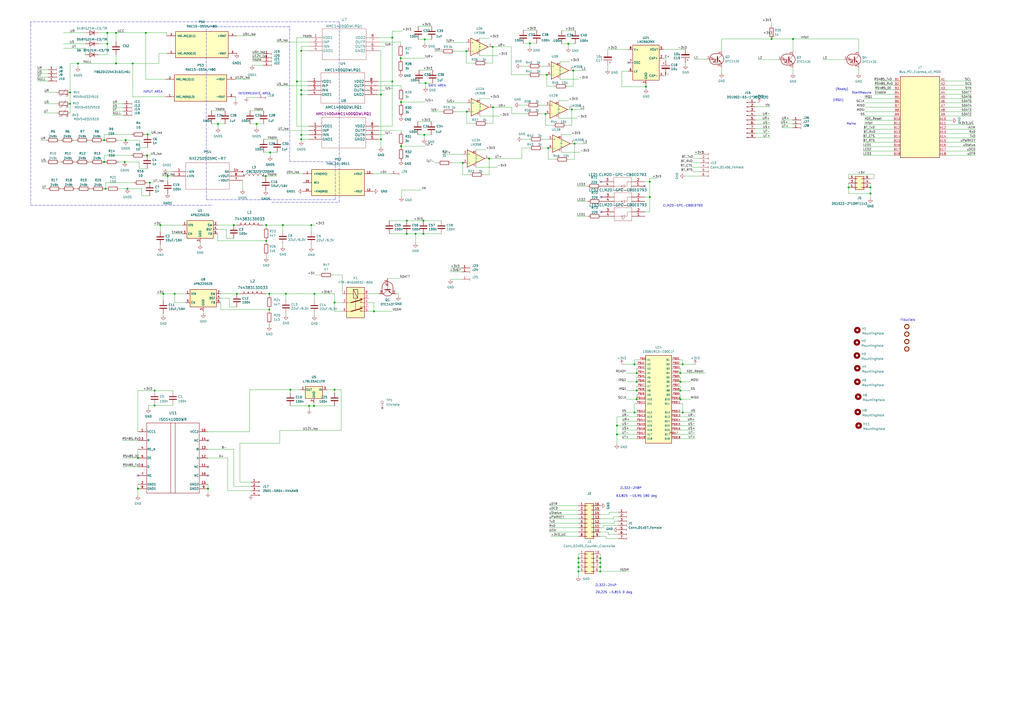
<source format=kicad_sch>
(kicad_sch (version 20231120) (generator "eeschema") (generator_version "8.0")
  (paper "A2")
  (title_block (title "Main Board") (rev "4.0") (company "Delta Electronics SRL"))
  (junction (at 156.21 179.578))
  (junction (at 286.004 62.23))
  (junction (at 148.844 71.882))
  (junction (at 394.716 216.408))
  (junction (at 89.662 226.568))
  (junction (at 174.752 54.864))
  (junction (at 394.716 231.648))
  (junction (at 235.966 135.636))
  (junction (at 335.534 323.85))
  (junction (at 270.51 29.718))
  (junction (at 268.478 94.488))
  (junction (at 67.31 19.05))
  (junction (at 283.718 91.948))
  (junction (at 246.888 48.26))
  (junction (at 232.664 59.182))
  (junction (at 357.886 251.968))
  (junction (at 97.282 102.108))
  (junction (at 332.486 40.894))
  (junction (at 459.994 22.606))
  (junction (at 62.23 25.4))
  (junction (at 89.662 235.204))
  (junction (at 368.046 211.328))
  (junction (at 40.64 53.594))
  (junction (at 60.452 81.28))
  (junction (at 245.618 135.636))
  (junction (at 348.234 326.39))
  (junction (at 92.964 130.556))
  (junction (at 67.31 36.83))
  (junction (at 154.432 139.7))
  (junction (at 80.01 283.464))
  (junction (at 492.252 108.712))
  (junction (at 45.212 36.83))
  (junction (at 94.742 170.434))
  (junction (at 165.862 170.434))
  (junction (at 335.534 331.47))
  (junction (at 348.234 323.85))
  (junction (at 85.344 90.17))
  (junction (at 394.716 226.568))
  (junction (at 120.65 283.464))
  (junction (at 180.594 130.556))
  (junction (at 335.534 326.39))
  (junction (at 245.618 128.016))
  (junction (at 40.64 60.198))
  (junction (at 220.98 80.772))
  (junction (at 395.986 239.268))
  (junction (at 348.234 328.93))
  (junction (at 101.346 170.434))
  (junction (at 156.718 88.392))
  (junction (at 232.41 33.782))
  (junction (at 318.008 85.852))
  (junction (at 394.716 221.488))
  (junction (at 61.214 109.474))
  (junction (at 246.126 78.232))
  (junction (at 174.752 52.324))
  (junction (at 369.316 216.408))
  (junction (at 194.056 226.06))
  (junction (at 232.664 84.836))
  (junction (at 317.246 43.434))
  (junction (at 369.316 231.648))
  (junction (at 182.372 170.434))
  (junction (at 72.39 93.98))
  (junction (at 154.178 102.108))
  (junction (at 135.636 130.556))
  (junction (at 174.752 78.232))
  (junction (at 73.914 109.474))
  (junction (at 504.952 112.268))
  (junction (at 72.898 81.28))
  (junction (at 369.316 221.488))
  (junction (at 270.764 64.77))
  (junction (at 235.966 128.016))
  (junction (at 80.01 265.684))
  (junction (at 154.432 130.556))
  (junction (at 333.248 83.312))
  (junction (at 179.324 235.458))
  (junction (at 174.752 80.772))
  (junction (at 285.75 27.178))
  (junction (at 126.492 71.882))
  (junction (at 241.046 135.636))
  (junction (at 395.986 211.328))
  (junction (at 335.534 328.93))
  (junction (at 164.084 130.556))
  (junction (at 447.548 22.606))
  (junction (at 220.98 54.864))
  (junction (at 368.046 239.268))
  (junction (at 357.886 246.888))
  (junction (at 369.316 226.568))
  (junction (at 168.402 226.06))
  (junction (at 504.952 108.712))
  (junction (at 174.752 29.464))
  (junction (at 85.598 77.978))
  (junction (at 376.936 105.41))
  (junction (at 182.118 235.458))
  (junction (at 156.21 170.434))
  (junction (at 376.936 114.3))
  (junction (at 329.692 25.4))
  (junction (at 246.38 22.86))
  (junction (at 374.7262 50.292))
  (junction (at 316.484 66.04))
  (junction (at 331.724 63.5))
  (junction (at 307.34 25.146))
  (junction (at 62.23 19.05))
  (junction (at 194.056 175.514))
  (junction (at 84.582 19.05))
  (junction (at 227.584 21.844))
  (junction (at 216.916 180.594))
  (junction (at 137.414 170.434))
  (junction (at 76.962 36.83))
  (junction (at 172.212 47.244))
  (junction (at 60.452 93.98))
  (junction (at 227.584 47.244))
  (junction (at 86.868 105.918))
  (junction (at 348.234 331.47))
  (no_connect (at 80.01 275.844))
  (no_connect (at 364.5662 36.322))
  (no_connect (at 348.742 114.3))
  (no_connect (at 221.742 236.728))
  (no_connect (at 348.742 122.936))
  (no_connect (at 120.65 275.844))
  (no_connect (at 120.65 270.764))
  (no_connect (at 120.65 255.524))
  (no_connect (at 373.888 107.95))
  (no_connect (at 348.488 105.41))
  (wire (pts (xy 174.752 29.464) (xy 174.752 52.324)))
  (wire (pts (xy 260.858 157.734) (xy 267.716 157.734)))
  (wire (pts (xy 258.826 24.638) (xy 270.51 24.638)))
  (wire (pts (xy 368.046 208.788) (xy 371.856 208.788)))
  (wire (pts (xy 144.78 226.06) (xy 144.78 250.444)))
  (wire (pts (xy 296.672 27.178) (xy 296.672 43.434)))
  (wire (pts (xy 403.352 211.328) (xy 395.986 211.328)))
  (wire (pts (xy 278.384 67.31) (xy 289.814 67.31)))
  (wire (pts (xy 174.752 26.924) (xy 174.752 29.464)))
  (wire (pts (xy 355.854 299.72) (xy 358.648 299.72)))
  (wire (pts (xy 360.7562 50.292) (xy 374.7262 50.292)))
  (wire (pts (xy 65.278 64.516) (xy 71.628 64.516)))
  (wire (pts (xy 136.652 45.974) (xy 145.034 45.974)))
  (wire (pts (xy 278.13 22.098) (xy 283.972 22.098)))
  (wire (pts (xy 40.64 36.83) (xy 45.212 36.83)))
  (wire (pts (xy 232.41 33.782) (xy 232.41 34.544)))
  (wire (pts (xy 174.752 80.772) (xy 174.752 81.788)))
  (wire (pts (xy 160.528 24.384) (xy 179.324 24.384)))
  (wire (pts (xy 36.83 27.94) (xy 49.53 27.94)))
  (wire (pts (xy 156.21 170.434) (xy 165.862 170.434)))
  (wire (pts (xy 216.916 175.514) (xy 216.916 180.594)))
  (wire (pts (xy 329.692 25.4) (xy 333.756 25.4)))
  (wire (pts (xy 251.968 29.718) (xy 256.032 29.718)))
  (wire (pts (xy 126.492 71.882) (xy 130.556 71.882)))
  (wire (pts (xy 395.986 234.188) (xy 395.986 239.268)))
  (wire (pts (xy 270.51 29.718) (xy 270.51 36.576)))
  (wire (pts (xy 324.104 68.58) (xy 335.026 68.58)))
  (wire (pts (xy 156.718 88.392) (xy 156.718 90.678)))
  (wire (pts (xy 373.888 105.41) (xy 376.936 105.41)))
  (wire (pts (xy 154.178 102.108) (xy 154.178 102.87)))
  (wire (pts (xy 394.716 231.648) (xy 400.558 231.648)))
  (wire (pts (xy 219.202 52.324) (xy 223.266 52.324)))
  (wire (pts (xy 179.324 26.924) (xy 174.752 26.924)))
  (wire (pts (xy 261.366 162.052) (xy 267.716 162.052)))
  (wire (pts (xy 145.542 284.734) (xy 132.08 284.734)))
  (wire (pts (xy 384.8862 28.702) (xy 397.5862 28.702)))
  (wire (pts (xy 501.65 59.69) (xy 518.414 59.69)))
  (wire (pts (xy 507.492 52.07) (xy 518.414 52.07)))
  (wire (pts (xy 82.296 109.474) (xy 82.296 113.538)))
  (wire (pts (xy 179.324 235.458) (xy 179.324 237.744)))
  (wire (pts (xy 162.306 257.048) (xy 162.306 249.682)))
  (wire (pts (xy 394.716 224.028) (xy 394.716 226.568)))
  (wire (pts (xy 409.448 216.408) (xy 394.716 216.408)))
  (wire (pts (xy 197.866 226.06) (xy 197.866 249.682)))
  (wire (pts (xy 36.83 25.4) (xy 49.53 25.4)))
  (wire (pts (xy 60.452 77.978) (xy 76.454 77.978)))
  (wire (pts (xy 34.544 81.28) (xy 35.306 81.28)))
  (wire (pts (xy 403.352 254.508) (xy 394.716 254.508)))
  (wire (pts (xy 60.452 93.98) (xy 60.452 90.17)))
  (wire (pts (xy 100.33 234.696) (xy 100.33 235.204)))
  (wire (pts (xy 384.8862 43.942) (xy 386.1562 43.942)))
  (wire (pts (xy 61.214 109.474) (xy 61.722 109.474)))
  (wire (pts (xy 263.652 29.718) (xy 270.51 29.718)))
  (wire (pts (xy 307.34 25.146) (xy 307.34 27.432)))
  (wire (pts (xy 357.886 251.968) (xy 369.316 251.968)))
  (wire (pts (xy 403.352 249.428) (xy 394.716 249.428)))
  (wire (pts (xy 213.868 180.594) (xy 216.916 180.594)))
  (wire (pts (xy 51.562 81.28) (xy 52.324 81.28)))
  (wire (pts (xy 307.086 80.772) (xy 302.768 80.772)))
  (wire (pts (xy 360.7562 41.402) (xy 360.7562 50.292)))
  (wire (pts (xy 67.31 24.13) (xy 67.31 19.05)))
  (wire (pts (xy 71.12 265.684) (xy 80.01 265.684)))
  (wire (pts (xy 446.786 77.216) (xy 438.15 77.216)))
  (wire (pts (xy 45.212 36.83) (xy 45.212 38.862)))
  (wire (pts (xy 90.932 170.434) (xy 94.742 170.434)))
  (polyline (pts (xy 194.564 93.726) (xy 168.148 93.726)) (stroke (width 0) (type dash)))
  (wire (pts (xy 69.342 109.474) (xy 73.914 109.474)))
  (wire (pts (xy 80.772 93.98) (xy 80.772 97.79)))
  (wire (pts (xy 459.994 39.624) (xy 459.994 42.672)))
  (wire (pts (xy 395.986 211.328) (xy 394.716 211.328)))
  (wire (pts (xy 92.964 130.556) (xy 105.918 130.556)))
  (wire (pts (xy 256.794 89.408) (xy 268.478 89.408)))
  (wire (pts (xy 92.202 30.988) (xy 96.774 30.988)))
  (wire (pts (xy 296.926 62.23) (xy 296.926 66.04)))
  (wire (pts (xy 122.682 64.262) (xy 130.556 64.262)))
  (wire (pts (xy 83.82 90.17) (xy 85.344 90.17)))
  (wire (pts (xy 156.718 88.392) (xy 160.782 88.392)))
  (wire (pts (xy 145.034 64.262) (xy 152.908 64.262)))
  (wire (pts (xy 459.994 22.606) (xy 459.994 29.464)))
  (wire (pts (xy 235.966 128.016) (xy 245.618 128.016)))
  (wire (pts (xy 335.534 326.39) (xy 335.534 328.93)))
  (wire (pts (xy 36.83 19.05) (xy 49.53 19.05)))
  (wire (pts (xy 137.414 170.434) (xy 138.938 170.434)))
  (wire (pts (xy 194.056 226.06) (xy 194.056 227.838)))
  (wire (pts (xy 459.994 22.606) (xy 447.548 22.606)))
  (wire (pts (xy 368.046 234.188) (xy 369.316 234.188)))
  (wire (pts (xy 194.056 226.06) (xy 189.738 226.06)))
  (wire (pts (xy 235.966 135.636) (xy 241.046 135.636)))
  (wire (pts (xy 179.07 80.772) (xy 174.752 80.772)))
  (wire (pts (xy 374.142 122.936) (xy 376.936 122.936)))
  (wire (pts (xy 501.65 69.85) (xy 518.414 69.85)))
  (wire (pts (xy 62.23 31.75) (xy 62.23 25.4)))
  (polyline (pts (xy 119.634 16.764) (xy 119.634 115.824)) (stroke (width 0) (type dash)))
  (wire (pts (xy 227.584 18.034) (xy 227.584 21.844)))
  (wire (pts (xy 246.888 48.26) (xy 250.952 48.26)))
  (wire (pts (xy 180.594 141.986) (xy 180.594 143.256)))
  (wire (pts (xy 477.266 34.544) (xy 489.204 34.544)))
  (wire (pts (xy 65.278 62.484) (xy 71.628 62.484)))
  (wire (pts (xy 179.07 73.152) (xy 172.212 73.152)))
  (wire (pts (xy 232.664 59.182) (xy 232.664 59.944)))
  (wire (pts (xy 261.366 155.448) (xy 267.716 155.448)))
  (wire (pts (xy 395.986 239.268) (xy 394.716 239.268)))
  (wire (pts (xy 164.084 130.556) (xy 164.084 134.112)))
  (wire (pts (xy 65.278 66.802) (xy 71.628 66.802)))
  (wire (pts (xy 283.718 91.948) (xy 302.768 91.948)))
  (wire (pts (xy 325.882 25.4) (xy 329.692 25.4)))
  (wire (pts (xy 303.53 17.526) (xy 311.404 17.526)))
  (wire (pts (xy 333.248 92.456) (xy 333.248 83.312)))
  (wire (pts (xy 350.266 304.8) (xy 350.266 306.07)))
  (wire (pts (xy 403.352 239.268) (xy 395.986 239.268)))
  (wire (pts (xy 182.372 174.244) (xy 182.372 170.434)))
  (wire (pts (xy 376.936 114.3) (xy 376.936 105.41)))
  (wire (pts (xy 23.876 93.98) (xy 26.924 93.98)))
  (polyline (pts (xy 120.65 15.494) (xy 168.148 15.494)) (stroke (width 0) (type dash)))
  (wire (pts (xy 280.416 101.346) (xy 283.718 101.346)))
  (wire (pts (xy 57.15 31.75) (xy 62.23 31.75)))
  (wire (pts (xy 132.08 265.684) (xy 132.08 284.734)))
  (wire (pts (xy 213.868 170.434) (xy 219.71 170.434)))
  (wire (pts (xy 357.886 251.968) (xy 357.886 257.556)))
  (wire (pts (xy 231.14 171.704) (xy 231.14 170.434)))
  (polyline (pts (xy 17.78 119.126) (xy 123.19 119.126)) (stroke (width 0) (type dash)))
  (wire (pts (xy 376.936 103.378) (xy 381.508 103.378)))
  (wire (pts (xy 335.534 321.31) (xy 335.534 323.85)))
  (wire (pts (xy 153.416 102.108) (xy 154.178 102.108)))
  (wire (pts (xy 356.362 302.26) (xy 358.648 302.26)))
  (wire (pts (xy 439.674 34.544) (xy 451.104 34.544)))
  (wire (pts (xy 148.844 71.882) (xy 148.844 74.168)))
  (wire (pts (xy 350.266 306.07) (xy 348.234 306.07)))
  (polyline (pts (xy 196.85 12.7) (xy 17.78 12.7)) (stroke (width 0) (type dash)))
  (wire (pts (xy 296.672 43.434) (xy 306.324 43.434)))
  (wire (pts (xy 227.584 47.244) (xy 227.584 73.152)))
  (wire (pts (xy 329.946 92.456) (xy 333.248 92.456)))
  (wire (pts (xy 324.104 58.42) (xy 329.946 58.42)))
  (wire (pts (xy 232.664 84.836) (xy 246.634 84.836)))
  (wire (pts (xy 357.886 246.888) (xy 369.316 246.888)))
  (wire (pts (xy 498.094 22.606) (xy 459.994 22.606)))
  (wire (pts (xy 25.654 53.594) (xy 33.02 53.594)))
  (wire (pts (xy 348.234 328.93) (xy 348.234 331.47)))
  (wire (pts (xy 81.026 85.598) (xy 85.598 85.598)))
  (wire (pts (xy 154.432 139.7) (xy 154.432 140.462)))
  (wire (pts (xy 232.918 110.236) (xy 232.918 114.3)))
  (wire (pts (xy 446.786 72.136) (xy 438.15 72.136)))
  (wire (pts (xy 314.706 85.852) (xy 318.008 85.852)))
  (wire (pts (xy 143.002 56.642) (xy 149.352 56.642)))
  (wire (pts (xy 194.056 180.594) (xy 198.628 180.594)))
  (wire (pts (xy 21.59 46.99) (xy 27.94 46.99)))
  (wire (pts (xy 136.652 56.134) (xy 136.652 58.42)))
  (wire (pts (xy 225.806 135.636) (xy 235.966 135.636)))
  (wire (pts (xy 85.344 105.918) (xy 86.868 105.918)))
  (wire (pts (xy 174.752 78.232) (xy 174.752 80.772)))
  (wire (pts (xy 65.278 60.198) (xy 71.628 60.198)))
  (wire (pts (xy 198.628 170.434) (xy 198.628 159.512)))
  (wire (pts (xy 241.046 140.97) (xy 241.046 135.636)))
  (wire (pts (xy 61.214 105.918) (xy 77.724 105.918)))
  (wire (pts (xy 506.984 101.092) (xy 506.984 103.632)))
  (wire (pts (xy 219.71 75.692) (xy 232.664 75.692)))
  (wire (pts (xy 172.212 47.244) (xy 178.562 47.244)))
  (wire (pts (xy 152.908 88.392) (xy 156.718 88.392)))
  (wire (pts (xy 180.594 130.556) (xy 182.88 130.556)))
  (wire (pts (xy 500.634 85.09) (xy 518.414 85.09)))
  (wire (pts (xy 92.964 141.986) (xy 92.964 143.256)))
  (wire (pts (xy 156.21 179.578) (xy 156.21 180.34)))
  (wire (pts (xy 500.634 90.17) (xy 518.414 90.17)))
  (wire (pts (xy 242.57 15.24) (xy 250.444 15.24)))
  (wire (pts (xy 394.716 208.788) (xy 395.986 208.788)))
  (wire (pts (xy 335.534 328.93) (xy 335.534 331.47)))
  (wire (pts (xy 348.234 311.15) (xy 351.536 311.15)))
  (wire (pts (xy 369.316 213.868) (xy 369.316 216.408)))
  (wire (pts (xy 318.516 308.61) (xy 335.534 308.61)))
  (wire (pts (xy 313.182 66.04) (xy 316.484 66.04)))
  (wire (pts (xy 89.662 226.568) (xy 100.33 226.568)))
  (wire (pts (xy 501.65 64.77) (xy 518.414 64.77)))
  (wire (pts (xy 244.602 110.236) (xy 232.918 110.236)))
  (wire (pts (xy 335.534 298.45) (xy 318.516 298.45)))
  (wire (pts (xy 282.448 36.576) (xy 285.75 36.576)))
  (wire (pts (xy 278.384 57.15) (xy 284.226 57.15)))
  (wire (pts (xy 395.986 208.788) (xy 395.986 211.328)))
  (wire (pts (xy 548.894 52.07) (xy 563.626 52.07)))
  (wire (pts (xy 21.59 44.704) (xy 27.94 44.704)))
  (wire (pts (xy 289.814 67.31) (xy 289.814 67.564)))
  (wire (pts (xy 227.584 18.034) (xy 233.426 18.034)))
  (wire (pts (xy 40.64 36.83) (xy 40.64 53.594)))
  (wire (pts (xy 100.076 99.568) (xy 97.536 99.568)))
  (wire (pts (xy 140.716 104.648) (xy 140.716 109.982)))
  (wire (pts (xy 60.452 81.28) (xy 60.706 81.28)))
  (wire (pts (xy 369.316 221.488) (xy 363.22 221.488)))
  (wire (pts (xy 139.192 279.654) (xy 139.192 257.048)))
  (wire (pts (xy 453.39 69.596) (xy 459.74 69.596)))
  (wire (pts (xy 144.78 226.06) (xy 168.402 226.06)))
  (wire (pts (xy 126.238 130.556) (xy 135.636 130.556)))
  (wire (pts (xy 331.724 72.644) (xy 331.724 63.5)))
  (wire (pts (xy 148.844 71.882) (xy 152.908 71.882)))
  (wire (pts (xy 565.912 77.47) (xy 548.894 77.47)))
  (wire (pts (xy 504.952 103.632) (xy 506.984 103.632)))
  (wire (pts (xy 154.432 130.556) (xy 164.084 130.556)))
  (wire (pts (xy 447.548 14.986) (xy 447.548 12.7)))
  (wire (pts (xy 246.126 78.232) (xy 250.19 78.232)))
  (wire (pts (xy 197.866 226.06) (xy 194.056 226.06)))
  (wire (pts (xy 352.552 37.7698) (xy 352.552 40.3098)))
  (wire (pts (xy 504.952 106.172) (xy 504.952 108.712)))
  (wire (pts (xy 131.318 133.096) (xy 131.318 138.176)))
  (wire (pts (xy 224.79 161.544) (xy 231.902 161.544)))
  (wire (pts (xy 369.316 231.648) (xy 363.474 231.648)))
  (wire (pts (xy 329.692 25.4) (xy 329.692 27.686)))
  (wire (pts (xy 42.926 81.28) (xy 43.942 81.28)))
  (wire (pts (xy 120.65 280.924) (xy 120.65 283.464)))
  (wire (pts (xy 25.654 60.198) (xy 33.02 60.198)))
  (wire (pts (xy 94.742 181.864) (xy 94.742 183.134)))
  (wire (pts (xy 270.764 64.77) (xy 270.764 71.628)))
  (wire (pts (xy 174.752 52.324) (xy 178.562 52.324)))
  (wire (pts (xy 82.296 113.538) (xy 86.868 113.538)))
  (wire (pts (xy 61.214 109.474) (xy 61.214 105.918)))
  (wire (pts (xy 507.492 54.61) (xy 518.414 54.61)))
  (wire (pts (xy 403.352 241.808) (xy 394.716 241.808)))
  (wire (pts (xy 135.636 130.556) (xy 137.16 130.556)))
  (wire (pts (xy 137.414 20.828) (xy 148.336 20.828)))
  (wire (pts (xy 174.752 54.864) (xy 178.562 54.864)))
  (wire (pts (xy 216.408 100.838) (xy 226.568 100.838)))
  (wire (pts (xy 76.962 36.83) (xy 92.202 36.83)))
  (wire (pts (xy 335.534 331.47) (xy 335.534 334.518)))
  (wire (pts (xy 303.53 25.146) (xy 307.34 25.146)))
  (polyline (pts (xy 157.734 117.348) (xy 196.85 117.348)) (stroke (width 0) (type dash)))
  (wire (pts (xy 548.894 67.31) (xy 563.626 67.31)))
  (wire (pts (xy 492.252 112.268) (xy 504.952 112.268)))
  (wire (pts (xy 335.534 311.15) (xy 319.532 311.15)))
  (wire (pts (xy 126.492 71.882) (xy 126.492 74.168)))
  (wire (pts (xy 332.486 50.038) (xy 332.486 40.894)))
  (wire (pts (xy 34.544 93.98) (xy 35.56 93.98)))
  (wire (pts (xy 84.582 45.974) (xy 84.582 19.05)))
  (wire (pts (xy 85.344 90.17) (xy 87.376 90.17)))
  (wire (pts (xy 219.71 73.152) (xy 227.584 73.152)))
  (wire (pts (xy 128.016 172.974) (xy 133.096 172.974)))
  (wire (pts (xy 219.964 21.844) (xy 227.584 21.844)))
  (wire (pts (xy 133.096 178.054) (xy 137.414 178.054)))
  (wire (pts (xy 322.326 92.456) (xy 318.008 92.456)))
  (wire (pts (xy 285.75 27.178) (xy 285.75 36.576)))
  (wire (pts (xy 360.68 211.328) (xy 368.046 211.328)))
  (wire (pts (xy 52.324 109.474) (xy 53.086 109.474)))
  (wire (pts (xy 120.65 260.604) (xy 135.636 260.604)))
  (wire (pts (xy 501.65 62.23) (xy 518.414 62.23)))
  (wire (pts (xy 72.39 93.98) (xy 80.772 93.98)))
  (wire (pts (xy 242.57 22.86) (xy 246.38 22.86)))
  (wire (pts (xy 232.664 49.784) (xy 232.664 51.054)))
  (wire (pts (xy 276.098 86.868) (xy 281.94 86.868)))
  (wire (pts (xy 168.402 226.06) (xy 168.402 227.838)))
  (wire (pts (xy 126.238 139.7) (xy 126.238 135.636)))
  (wire (pts (xy 492.252 108.712) (xy 492.252 112.268)))
  (polyline (pts (xy 17.78 12.7) (xy 17.78 14.224)) (stroke (width 0) (type dash)))
  (wire (pts (xy 394.716 221.488) (xy 400.558 221.488)))
  (wire (pts (xy 145.542 282.194) (xy 135.636 282.194)))
  (wire (pts (xy 96.012 56.134) (xy 76.962 56.134)))
  (wire (pts (xy 154.178 102.108) (xy 160.528 102.108)))
  (wire (pts (xy 500.634 82.55) (xy 518.414 82.55)))
  (wire (pts (xy 364.5662 41.402) (xy 360.7562 41.402)))
  (wire (pts (xy 97.282 102.108) (xy 93.98 102.108)))
  (wire (pts (xy 122.682 71.882) (xy 126.492 71.882)))
  (wire (pts (xy 194.056 175.514) (xy 194.056 180.594)))
  (wire (pts (xy 548.894 72.39) (xy 564.896 72.39)))
  (wire (pts (xy 369.316 224.028) (xy 369.316 226.568)))
  (wire (pts (xy 162.306 249.682) (xy 197.866 249.682)))
  (wire (pts (xy 180.594 134.366) (xy 180.594 130.556)))
  (wire (pts (xy 101.346 175.514) (xy 101.346 170.434)))
  (wire (pts (xy 406.146 102.108) (xy 397.256 102.108)))
  (polyline (pts (xy 196.85 117.348) (xy 196.85 12.7)) (stroke (width 0) (type dash)))
  (wire (pts (xy 325.882 17.78) (xy 333.756 17.78)))
  (wire (pts (xy 368.046 234.188) (xy 368.046 239.268)))
  (wire (pts (xy 333.248 83.312) (xy 340.614 83.312)))
  (wire (pts (xy 286.004 62.23) (xy 286.004 71.628)))
  (wire (pts (xy 40.64 60.198) (xy 40.64 65.532)))
  (wire (pts (xy 71.12 270.764) (xy 80.01 270.764)))
  (wire (pts (xy 120.65 265.684) (xy 132.08 265.684)))
  (wire (pts (xy 219.964 29.464) (xy 220.98 29.464)))
  (wire (pts (xy 313.944 43.434) (xy 317.246 43.434)))
  (wire (pts (xy 500.634 87.63) (xy 518.414 87.63)))
  (wire (pts (xy 68.58 93.98) (xy 72.39 93.98)))
  (wire (pts (xy 161.29 75.692) (xy 179.07 75.692)))
  (wire (pts (xy 45.212 36.83) (xy 67.31 36.83)))
  (wire (pts (xy 276.098 97.028) (xy 288.544 97.028)))
  (wire (pts (xy 318.516 300.99) (xy 335.534 300.99)))
  (wire (pts (xy 313.182 60.96) (xy 316.484 60.96)))
  (wire (pts (xy 219.202 54.864) (xy 220.98 54.864)))
  (wire (pts (xy 331.724 63.5) (xy 339.09 63.5)))
  (wire (pts (xy 274.828 36.576) (xy 270.51 36.576)))
  (wire (pts (xy 446.786 74.676) (xy 438.15 74.676)))
  (wire (pts (xy 307.34 25.146) (xy 311.404 25.146)))
  (wire (pts (xy 232.664 58.674) (xy 232.664 59.182)))
  (wire (pts (xy 172.212 21.844) (xy 179.324 21.844)))
  (wire (pts (xy 268.478 94.488) (xy 268.478 101.346)))
  (wire (pts (xy 60.706 109.474) (xy 61.214 109.474)))
  (wire (pts (xy 492.252 101.092) (xy 506.984 101.092)))
  (wire (pts (xy 328.422 72.644) (xy 331.724 72.644)))
  (wire (pts (xy 374.7262 49.022) (xy 374.7262 50.292)))
  (wire (pts (xy 369.316 229.108) (xy 369.316 231.648)))
  (polyline (pts (xy 168.148 93.726) (xy 168.148 15.494)) (stroke (width 0) (type dash)))
  (wire (pts (xy 507.238 49.53) (xy 518.414 49.53)))
  (wire (pts (xy 80.01 226.568) (xy 89.662 226.568)))
  (wire (pts (xy 154.432 130.556) (xy 154.432 131.572)))
  (wire (pts (xy 348.234 321.31) (xy 348.234 323.85)))
  (wire (pts (xy 498.094 22.606) (xy 498.094 29.464)))
  (wire (pts (xy 145.034 71.882) (xy 148.844 71.882)))
  (wire (pts (xy 168.402 235.458) (xy 179.324 235.458)))
  (wire (pts (xy 452.882 71.882) (xy 459.74 71.882)))
  (wire (pts (xy 146.304 33.528) (xy 152.654 33.528)))
  (wire (pts (xy 174.752 54.864) (xy 174.752 78.232)))
  (wire (pts (xy 563.626 54.61) (xy 548.894 54.61)))
  (wire (pts (xy 438.15 61.976) (xy 446.532 61.976)))
  (wire (pts (xy 353.314 298.45) (xy 353.314 297.18)))
  (wire (pts (xy 165.862 170.434) (xy 182.372 170.434)))
  (wire (pts (xy 156.21 179.578) (xy 128.016 179.578)))
  (wire (pts (xy 156.21 170.434) (xy 156.21 171.45)))
  (wire (pts (xy 358.648 304.8) (xy 350.266 304.8)))
  (wire (pts (xy 154.432 139.192) (xy 154.432 139.7)))
  (wire (pts (xy 165.862 181.61) (xy 165.862 182.88)))
  (wire (pts (xy 386.1562 33.782) (xy 386.1562 35.052)))
  (wire (pts (xy 306.324 38.354) (xy 302.006 38.354)))
  (wire (pts (xy 24.384 109.474) (xy 27.686 109.474)))
  (wire (pts (xy 325.628 78.232) (xy 331.47 78.232)))
  (wire (pts (xy 321.564 50.038) (xy 317.246 50.038)))
  (wire (pts (xy 563.626 59.69) (xy 548.894 59.69)))
  (wire (pts (xy 231.14 170.434) (xy 229.87 170.434)))
  (wire (pts (xy 76.962 56.134) (xy 76.962 36.83)))
  (wire (pts (xy 92.202 30.988) (xy 92.202 36.83)))
  (wire (pts (xy 500.634 80.01) (xy 518.414 80.01)))
  (wire (pts (xy 101.346 170.434) (xy 107.696 170.434)))
  (wire (pts (xy 283.718 91.948) (xy 283.718 101.346)))
  (wire (pts (xy 501.65 67.31) (xy 518.414 67.31)))
  (wire (pts (xy 406.146 97.028) (xy 401.574 97.028)))
  (wire (pts (xy 165.862 170.434) (xy 165.862 173.99)))
  (wire (pts (xy 85.598 77.978) (xy 87.63 77.978)))
  (wire (pts (xy 324.866 45.974) (xy 335.788 45.974)))
  (wire (pts (xy 334.772 107.95) (xy 340.868 107.95)))
  (wire (pts (xy 172.212 73.152) (xy 172.212 47.244)))
  (wire (pts (xy 146.304 37.846) (xy 152.654 37.846)))
  (wire (pts (xy 376.936 105.41) (xy 376.936 103.378)))
  (wire (pts (xy 278.13 32.258) (xy 289.052 32.258)))
  (wire (pts (xy 99.568 135.636) (xy 105.918 135.636)))
  (wire (pts (xy 219.71 80.772) (xy 220.98 80.772)))
  (wire (pts (xy 418.592 39.37) (xy 418.592 42.418)))
  (wire (pts (xy 40.64 53.594) (xy 40.64 60.198)))
  (wire (pts (xy 152.4 130.556) (xy 154.432 130.556)))
  (wire (pts (xy 219.202 49.784) (xy 232.664 49.784)))
  (wire (pts (xy 67.31 19.05) (xy 84.582 19.05)))
  (wire (pts (xy 446.786 67.056) (xy 438.15 67.056)))
  (wire (pts (xy 194.056 175.514) (xy 198.628 175.514)))
  (wire (pts (xy 96.012 45.974) (xy 84.582 45.974)))
  (wire (pts (xy 270.764 64.77) (xy 263.906 64.77)))
  (wire (pts (xy 68.326 81.28) (xy 72.898 81.28)))
  (wire (pts (xy 164.084 130.556) (xy 180.594 130.556)))
  (wire (pts (xy 182.118 235.458) (xy 194.056 235.458)))
  (wire (pts (xy 97.282 102.108) (xy 97.282 104.648)))
  (wire (pts (xy 227.584 21.844) (xy 227.584 47.244)))
  (wire (pts (xy 506.984 46.99) (xy 518.414 46.99)))
  (wire (pts (xy 220.98 29.464) (xy 220.98 54.864)))
  (wire (pts (xy 89.662 234.696) (xy 89.662 235.204)))
  (wire (pts (xy 57.15 25.4) (xy 62.23 25.4)))
  (wire (pts (xy 43.18 93.98) (xy 43.942 93.98)))
  (wire (pts (xy 348.234 331.47) (xy 364.744 331.47)))
  (wire (pts (xy 418.592 22.606) (xy 418.592 29.21)))
  (wire (pts (xy 100.076 102.108) (xy 97.282 102.108)))
  (wire (pts (xy 492.252 106.172) (xy 492.252 108.712)))
  (wire (pts (xy 348.234 298.45) (xy 353.314 298.45)))
  (wire (pts (xy 232.664 84.328) (xy 232.664 84.836)))
  (wire (pts (xy 51.562 93.98) (xy 52.578 93.98)))
  (wire (pts (xy 96.774 19.05) (xy 96.774 20.828)))
  (wire (pts (xy 348.234 323.85) (xy 348.234 326.39)))
  (wire (pts (xy 501.396 72.39) (xy 518.414 72.39)))
  (wire (pts (xy 164.084 141.732) (xy 164.084 143.002)))
  (wire (pts (xy 117.856 180.594) (xy 117.856 181.864)))
  (wire (pts (xy 246.888 48.26) (xy 246.888 50.546)))
  (wire (pts (xy 316.484 66.04) (xy 316.484 72.644)))
  (wire (pts (xy 154.432 148.082) (xy 154.432 149.352)))
  (wire (pts (xy 353.314 297.18) (xy 358.648 297.18)))
  (wire (pts (xy 135.636 282.194) (xy 135.636 260.604)))
  (wire (pts (xy 120.65 283.464) (xy 120.65 286.004)))
  (wire (pts (xy 100.33 226.568) (xy 100.33 227.076)))
  (wire (pts (xy 565.912 80.01) (xy 548.894 80.01)))
  (wire (pts (xy 501.396 57.15) (xy 518.414 57.15)))
  (wire (pts (xy 70.866 255.524) (xy 80.01 255.524)))
  (wire (pts (xy 360.68 254.508) (xy 369.316 254.508)))
  (wire (pts (xy 403.352 246.888) (xy 394.716 246.888)))
  (wire (pts (xy 348.234 326.39) (xy 348.234 328.93)))
  (wire (pts (xy 232.664 84.836) (xy 232.664 85.598)))
  (wire (pts (xy 245.618 128.016) (xy 256.032 128.016)))
  (wire (pts (xy 86.868 105.918) (xy 88.9 105.918)))
  (wire (pts (xy 59.944 81.28) (xy 60.452 81.28)))
  (wire (pts (xy 86.106 235.204) (xy 86.106 236.982)))
  (wire (pts (xy 406.146 91.948) (xy 402.082 91.948)))
  (wire (pts (xy 128.016 179.578) (xy 128.016 175.514)))
  (wire (pts (xy 351.536 311.15) (xy 351.536 312.42)))
  (wire (pts (xy 335.534 323.85) (xy 335.534 326.39)))
  (wire (pts (xy 49.53 27.94) (xy 49.53 31.75)))
  (wire (pts (xy 334.772 125.476) (xy 341.122 125.476)))
  (wire (pts (xy 219.964 24.384) (xy 232.41 24.384)))
  (wire (pts (xy 335.534 293.37) (xy 318.516 293.37)))
  (wire (pts (xy 242.316 70.612) (xy 250.19 70.612)))
  (wire (pts (xy 313.944 38.354) (xy 317.246 38.354)))
  (wire (pts (xy 35.306 109.474) (xy 36.068 109.474)))
  (wire (pts (xy 446.786 79.756) (xy 438.15 79.756)))
  (wire (pts (xy 418.592 22.606) (xy 447.548 22.606)))
  (wire (pts (xy 249.936 64.77) (xy 256.286 64.77)))
  (wire (pts (xy 80.01 280.924) (xy 80.01 283.464)))
  (wire (pts (xy 245.618 135.636) (xy 256.032 135.636)))
  (wire (pts (xy 369.316 216.408) (xy 363.22 216.408)))
  (wire (pts (xy 329.184 50.038) (xy 332.486 50.038)))
  (wire (pts (xy 325.628 88.392) (xy 336.55 88.392)))
  (wire (pts (xy 246.38 22.86) (xy 246.38 25.146)))
  (wire (pts (xy 318.516 306.07) (xy 335.534 306.07)))
  (wire (pts (xy 374.142 114.3) (xy 376.936 114.3)))
  (wire (pts (xy 193.04 159.512) (xy 198.628 159.512)))
  (wire (pts (xy 360.68 249.428) (xy 369.316 249.428)))
  (wire (pts (xy 160.528 49.784) (xy 178.562 49.784)))
  (wire (pts (xy 60.452 93.98) (xy 60.96 93.98)))
  (wire (pts (xy 296.926 66.04) (xy 305.562 66.04)))
  (wire (pts (xy 368.046 211.328) (xy 369.316 211.328)))
  (wire (pts (xy 504.952 112.268) (xy 504.952 115.0366)))
  (wire (pts (xy 386.1562 43.942) (xy 386.1562 42.672)))
  (wire (pts (xy 216.916 180.594) (xy 227.584 180.594)))
  (wire (pts (xy 220.98 54.864) (xy 220.98 80.772)))
  (wire (pts (xy 81.026 81.28) (xy 81.026 85.598)))
  (wire (pts (xy 268.478 94.488) (xy 261.62 94.488)))
  (wire (pts (xy 174.752 78.232) (xy 179.07 78.232)))
  (wire (pts (xy 324.866 35.814) (xy 330.708 35.814)))
  (wire (pts (xy 355.854 300.99) (xy 355.854 299.72)))
  (wire (pts (xy 374.7262 50.292) (xy 374.7262 51.562)))
  (wire (pts (xy 116.078 140.716) (xy 116.078 141.986)))
  (wire (pts (xy 453.39 74.168) (xy 459.74 74.168)))
  (wire (pts (xy 275.082 71.628) (xy 270.764 71.628)))
  (wire (pts (xy 500.888 77.47) (xy 518.414 77.47)))
  (wire (pts (xy 548.894 90.17) (xy 565.912 90.17)))
  (wire (pts (xy 243.078 48.26) (xy 246.888 48.26)))
  (wire (pts (xy 232.41 33.274) (xy 232.41 33.782)))
  (wire (pts (xy 394.716 226.568) (xy 400.558 226.568)))
  (wire (pts (xy 43.688 109.474) (xy 44.704 109.474)))
  (wire (pts (xy 563.626 64.77) (xy 548.894 64.77)))
  (wire (pts (xy 120.65 250.444) (xy 144.78 250.444)))
  (wire (pts (xy 548.894 69.85) (xy 551.942 69.85)))
  (wire (pts (xy 307.086 85.852) (xy 302.768 85.852)))
  (wire (pts (xy 182.118 233.68) (xy 182.118 235.458)))
  (wire (pts (xy 305.562 60.96) (xy 301.244 60.96)))
  (wire (pts (xy 335.534 295.91) (xy 318.516 295.91)))
  (wire (pts (xy 60.452 90.17) (xy 76.2 90.17)))
  (wire (pts (xy 285.75 27.178) (xy 296.672 27.178)))
  (polyline (pts (xy 119.634 115.824) (xy 194.564 115.824)) (stroke (width 0) (type dash)))
  (wire (pts (xy 448.056 22.352) (xy 448.056 20.066)))
  (wire (pts (xy 395.986 234.188) (xy 394.716 234.188)))
  (wire (pts (xy 318.516 303.53) (xy 335.534 303.53)))
  (wire (pts (xy 246.38 22.86) (xy 250.444 22.86)))
  (wire (pts (xy 360.68 239.268) (xy 368.046 239.268)))
  (wire (pts (xy 500.888 74.93) (xy 518.414 74.93)))
  (wire (pts (xy 67.31 19.05) (xy 62.23 19.05)))
  (wire (pts (xy 139.192 257.048) (xy 162.306 257.048)))
  (wire (pts (xy 126.238 133.096) (xy 131.318 133.096)))
  (wire (pts (xy 174.752 29.464) (xy 179.324 29.464)))
  (wire (pts (xy 232.41 33.782) (xy 246.38 33.782)))
  (wire (pts (xy 368.046 208.788) (xy 368.046 211.328)))
  (wire (pts (xy 384.8862 33.782) (xy 386.1562 33.782)))
  (wire (pts (xy 392.176 251.968) (xy 403.352 251.968)))
  (wire (pts (xy 259.08 59.69) (xy 270.764 59.69)))
  (wire (pts (xy 219.71 78.232) (xy 223.266 78.232)))
  (wire (pts (xy 376.936 122.936) (xy 376.936 114.3)))
  (wire (pts (xy 357.886 241.808) (xy 357.886 246.888)))
  (wire (pts (xy 397.5862 36.322) (xy 397.5862 37.592)))
  (wire (pts (xy 368.046 239.268) (xy 369.316 239.268)))
  (wire (pts (xy 369.316 226.568) (xy 363.474 226.568)))
  (wire (pts (xy 154.432 139.7) (xy 126.238 139.7)))
  (wire (pts (xy 352.552 28.702) (xy 364.5662 28.702)))
  (wire (pts (xy 402.59 34.29) (xy 409.702 34.29)))
  (wire (pts (xy 241.046 135.636) (xy 245.618 135.636)))
  (wire (pts (xy 360.934 244.348) (xy 369.316 244.348)))
  (wire (pts (xy 243.078 40.64) (xy 250.952 40.64)))
  (wire (pts (xy 131.318 138.176) (xy 135.636 138.176)))
  (wire (pts (xy 348.234 303.53) (xy 356.362 303.53)))
  (polyline (pts (xy 17.78 14.224) (xy 17.78 119.126)) (stroke (width 0) (type dash)))
  (wire (pts (xy 406.146 94.488) (xy 401.828 94.488)))
  (wire (pts (xy 492.252 103.632) (xy 492.252 101.092)))
  (wire (pts (xy 282.702 71.628) (xy 286.004 71.628)))
  (wire (pts (xy 232.41 24.384) (xy 232.41 25.654)))
  (wire (pts (xy 394.716 213.868) (xy 394.716 216.408)))
  (wire (pts (xy 21.59 42.672) (xy 27.94 42.672)))
  (wire (pts (xy 182.372 181.864) (xy 182.372 183.134)))
  (wire (pts (xy 548.894 85.09) (xy 565.912 85.09)))
  (wire (pts (xy 172.212 47.244) (xy 172.212 21.844)))
  (wire (pts (xy 156.21 187.96) (xy 156.21 189.23)))
  (wire (pts (xy 89.662 235.204) (xy 100.33 235.204)))
  (wire (pts (xy 498.094 39.624) (xy 498.094 42.672)))
  (wire (pts (xy 356.362 303.53) (xy 356.362 302.26)))
  (wire (pts (xy 332.486 40.894) (xy 339.852 40.894)))
  (wire (pts (xy 318.008 85.852) (xy 318.008 92.456)))
  (wire (pts (xy 154.178 170.434) (xy 156.21 170.434)))
  (wire (pts (xy 128.016 170.434) (xy 137.414 170.434)))
  (wire (pts (xy 60.452 81.28) (xy 60.452 77.978)))
  (wire (pts (xy 179.324 235.458) (xy 182.118 235.458)))
  (wire (pts (xy 225.806 128.016) (xy 235.966 128.016)))
  (wire (pts (xy 80.01 226.568) (xy 80.01 250.444)))
  (wire (pts (xy 438.15 59.436) (xy 440.436 59.436)))
  (wire (pts (xy 563.626 49.53) (xy 548.894 49.53)))
  (wire (pts (xy 402.844 89.408) (xy 406.146 89.408)))
  (wire (pts (xy 348.234 300.99) (xy 355.854 300.99)))
  (wire (pts (xy 334.772 116.84) (xy 341.122 116.84)))
  (wire (pts (xy 62.23 19.05) (xy 57.15 19.05)))
  (wire (pts (xy 60.198 93.98) (xy 60.452 93.98)))
  (wire (pts (xy 242.316 78.232) (xy 246.126 78.232)))
  (wire (pts (xy 92.964 130.556) (xy 92.964 134.366)))
  (wire (pts (xy 251.968 94.488) (xy 254 94.488)))
  (wire (pts (xy 565.912 82.55) (xy 548.894 82.55)))
  (wire (pts (xy 166.116 100.838) (xy 175.768 100.838)))
  (wire (pts (xy 548.894 62.23) (xy 563.626 62.23)))
  (wire (pts (xy 314.706 80.772) (xy 318.008 80.772)))
  (wire (pts (xy 302.768 91.948) (xy 302.768 85.852)))
  (wire (pts (xy 94.742 170.434) (xy 94.742 174.244)))
  (wire (pts (xy 133.096 172.974) (xy 133.096 178.054)))
  (wire (pts (xy 80.01 260.604) (xy 80.01 265.684)))
  (wire (pts (xy 86.106 235.204) (xy 89.662 235.204)))
  (wire (pts (xy 72.898 81.28) (xy 81.026 81.28)))
  (wire (pts (xy 146.304 31.242) (xy 152.654 31.242)))
  (wire (pts (xy 84.582 19.05) (xy 96.774 19.05)))
  (wire (pts (xy 152.908 80.772) (xy 160.782 80.772)))
  (wire (pts (xy 145.542 279.654) (xy 139.192 279.654)))
  (wire (pts (xy 446.532 69.596) (xy 438.15 69.596)))
  (wire (pts (xy 25.4 65.532) (xy 33.02 65.532)))
  (wire (pts (xy 352.806 309.88) (xy 358.648 309.88)))
  (wire (pts (xy 156.21 179.07) (xy 156.21 179.578)))
  (wire (pts (xy 232.664 75.692) (xy 232.664 76.708)))
  (wire (pts (xy 272.796 101.346) (xy 268.478 101.346)))
  (wire (pts (xy 504.952 108.712) (xy 504.952 112.268)))
  (wire (pts (xy 394.716 229.108) (xy 394.716 231.648)))
  (wire (pts (xy 89.662 226.568) (xy 89.662 227.076)))
  (wire (pts (xy 146.304 35.56) (xy 152.654 35.56)))
  (polyline (pts (xy 194.564 115.824) (xy 194.564 93.726)) (stroke (width 0) (type dash)))
  (wire (pts (xy 62.23 25.4) (xy 62.23 19.05)))
  (wire (pts (xy 84.074 77.978) (xy 85.598 77.978)))
  (wire (pts (xy 548.894 87.63) (xy 565.912 87.63)))
  (wire (pts (xy 232.664 59.182) (xy 246.634 59.182)))
  (wire (pts (xy 348.234 308.61) (xy 352.806 308.61)))
  (wire (pts (xy 80.01 283.464) (xy 80.01 287.528)))
  (wire (pts (xy 219.964 26.924) (xy 223.266 26.924)))
  (wire (pts (xy 563.626 57.15) (xy 548.894 57.15)))
  (wire (pts (xy 23.622 81.28) (xy 26.924 81.28)))
  (wire (pts (xy 286.004 62.23) (xy 296.926 62.23)))
  (wire (pts (xy 369.316 218.948) (xy 369.316 221.488)))
  (wire (pts (xy 89.154 130.556) (xy 92.964 130.556)))
  (wire (pts (xy 563.372 46.99) (xy 548.894 46.99)))
  (wire (pts (xy 67.31 36.83) (xy 76.962 36.83)))
  (wire (pts (xy 357.886 246.888) (xy 357.886 251.968)))
  (wire (pts (xy 565.912 74.93) (xy 548.894 74.93)))
  (wire (pts (xy 317.246 43.434) (xy 317.246 50.038)))
  (wire (pts (xy 101.346 175.514) (xy 107.696 175.514)))
  (wire (pts (xy 174.752 52.324) (xy 174.752 54.864)))
  (wire (pts (xy 194.056 170.434) (xy 194.056 175.514)))
  (wire (pts (xy 220.98 80.772) (xy 220.98 85.344)))
  (wire (pts (xy 182.626 159.512) (xy 185.42 159.512)))
  (wire (pts (xy 351.536 312.42) (xy 358.648 312.42)))
  (wire (pts (xy 406.146 99.568) (xy 401.828 99.568)))
  (wire (pts (xy 182.372 170.434) (xy 194.056 170.434)))
  (wire (pts (xy 219.202 47.244) (xy 227.584 47.244)))
  (wire (pts (xy 246.126 78.232) (xy 246.126 80.518)))
  (wire (pts (xy 352.806 308.61) (xy 352.806 309.88)))
  (wire (pts (xy 352.552 28.702) (xy 352.552 30.1498)))
  (wire (pts (xy 403.098 244.348) (xy 394.716 244.348)))
  (wire (pts (xy 213.868 175.514) (xy 216.916 175.514)))
  (wire (pts (xy 94.742 170.434) (xy 101.346 170.434)))
  (wire (pts (xy 80.772 97.79) (xy 85.344 97.79)))
  (wire (pts (xy 394.716 218.948) (xy 394.716 221.488)))
  (wire (pts (xy 21.59 40.386) (xy 27.94 40.386)))
  (wire (pts (xy 67.31 31.75) (xy 67.31 36.83)))
  (wire (pts (xy 320.802 72.644) (xy 316.484 72.644)))
  (wire (pts (xy 73.914 109.474) (xy 82.296 109.474)))
  (wire (pts (xy 168.402 226.06) (xy 174.498 226.06)))
  (wire (pts (xy 357.886 241.808) (xy 369.316 241.808)))
  (text "ZL322-2X4P\n\n" (at 345.186 342.392 0) (effects (font (size 1.27 1.27)) (justify left bottom)))
  (text "ZL322-2X8P" (at 359.664 283.972 0) (effects (font (size 1.27 1.27)) (justify left bottom)))
  (text "20.225 -5.815 0 deg" (at 345.44 344.424 0) (effects (font (size 1.27 1.27)) (justify left bottom)))
  (text "(Ready)" (at 484.632 52.578 0) (effects (font (size 1.27 1.27)) (justify left bottom)))
  (text "Fiducials\n" (at 522.224 186.436 0) (effects (font (size 1.27 1.27)) (justify left bottom)))
  (text "Mains\n\n" (at 490.982 74.676 0) (effects (font (size 1.27 1.27)) (justify left bottom)))
  (text "(IRQ1)" (at 483.108 58.928 0) (effects (font (size 1.27 1.27)) (justify left bottom)))
  (text "CLM2D-GPC-CB0E0793" (at 384.556 120.142 0) (effects (font (size 1.27 1.27)) (justify left bottom)))
  (text "StartMasura" (at 494.03 54.61 0) (effects (font (size 1.27 1.27)) (justify left bottom)))
  (text "63.825 -10.95 180 deg" (at 357.378 288.544 0) (effects (font (size 1.27 1.27)) (justify left bottom)))
  (text "SAFE AREA\n" (at 248.412 50.546 0) (effects (font (size 1.27 1.27)) (justify left bottom)))
  (text "INPUT AREA" (at 83.058 54.102 0) (effects (font (size 1.27 1.27)) (justify left bottom)))
  (text "INTERMEDIATE AREA" (at 138.176 55.118 0) (effects (font (size 1.27 1.27)) (justify left bottom)))
  (label "+5V" (at 220.218 100.838 0))
  (label "-3V3" (at 289.814 67.564 0))
  (label "iUT-" (at 251.968 94.488 180))
  (label "SS" (at 501.65 67.31 180))
  (label "SDAT6" (at 563.626 57.15 180))
  (label "iUR-" (at 251.968 29.718 0))
  (label "UR-" (at 360.68 241.808 0))
  (label "iUR-" (at 223.266 26.924 0))
  (label "BT_RxD" (at 500.888 77.47 0))
  (label "UR" (at 23.622 81.28 0))
  (label "RxD" (at 318.516 306.07 0))
  (label "RS485_RxD" (at 507.238 49.53 0))
  (label "iUS-" (at 249.936 64.77 0))
  (label "+3V3_UC" (at 564.896 72.39 180))
  (label "-3V3" (at 336.55 88.392 0))
  (label "LED1" (at 334.772 125.476 0))
  (label "Alim" (at 318.516 308.61 0))
  (label "UT+" (at 446.786 79.756 180))
  (label "+3V3" (at 245.5641 40.64 0))
  (label "UT-" (at 360.68 251.968 0))
  (label "RS485_RxD" (at 70.866 255.524 0))
  (label "US-" (at 403.352 246.888 180))
  (label "BT_CTS" (at 500.634 80.01 0))
  (label "UT+" (at 453.39 74.168 0))
  (label "UR+" (at 293.116 27.178 180))
  (label "BT_TxD" (at 402.082 91.948 180))
  (label "UR-" (at 446.786 67.056 180))
  (label "VGSM" (at 364.744 331.47 180))
  (label "-3V3" (at 393.192 28.702 0))
  (label "SCL" (at 563.372 46.99 180))
  (label "SCLK" (at 501.65 59.69 180))
  (label "LED3" (at 500.634 90.17 0))
  (label "+3V67" (at 186.182 170.434 0))
  (label "Enable" (at 99.568 135.636 0))
  (label "+3V3" (at 233.426 18.034 0))
  (label "UR" (at 40.64 19.05 0))
  (label "NULL" (at 21.59 46.99 0))
  (label "MOSI" (at 501.65 64.77 180))
  (label "Vopto" (at 160.528 102.108 180))
  (label "UR+" (at 453.39 69.596 0))
  (label "NULL" (at 65.278 66.802 0))
  (label "UR+" (at 360.934 244.348 0))
  (label "US" (at 21.59 42.672 0))
  (label "uPWRKEY" (at 318.516 300.99 0))
  (label "+3V67" (at 260.858 157.734 0))
  (label "SDAT4" (at 563.626 62.23 180))
  (label "+3V3" (at 261.366 155.448 0))
  (label "+5V" (at 497.586 101.092 0))
  (label "RS485_DE" (at 71.12 265.684 0))
  (label "UT" (at 21.59 44.704 0))
  (label "+3V3" (at 447.548 12.7 180))
  (label "UR_Iso" (at 160.528 24.384 0))
  (label "BT_RTS" (at 500.634 82.55 0))
  (label "US" (at 25.654 60.198 0))
  (label "InfoV" (at 501.396 72.39 0))
  (label "U5V_Iso" (at 166.116 100.838 0))
  (label "iUT+" (at 246.634 84.836 0))
  (label "U5V_Iso" (at 148.336 20.828 180))
  (label "VN" (at 360.68 239.268 0))
  (label "+3V3" (at 305.562 17.526 0))
  (label "UT" (at 65.278 64.516 0))
  (label "SDAT7" (at 563.626 54.61 180))
  (label "uDCD" (at 565.912 87.63 180))
  (label "iUT-" (at 223.266 78.232 0))
  (label "BT_RxD" (at 401.828 94.488 180))
  (label "+5V" (at 89.154 130.556 0))
  (label "uDCD" (at 318.516 295.91 0))
  (label "SDAT7" (at 231.902 161.544 0))
  (label "L2" (at 339.09 63.5 180))
  (label "C-" (at 385.4196 43.942 0))
  (label "READY" (at 363.22 216.408 180))
  (label "UT+" (at 360.68 254.508 0))
  (label "U12V_Iso" (at 146.304 33.528 0))
  (label "iUR+" (at 246.38 33.782 0))
  (label "US+" (at 452.882 71.882 0))
  (label "A+" (at 127 265.684 0))
  (label "US" (at 40.386 25.4 0))
  (label "UT-" (at 446.786 77.216 180))
  (label "US" (at 65.278 62.484 0))
  (label "U5V_Iso" (at 146.304 31.242 0))
  (label "uDTR" (at 318.516 293.37 0))
  (label "+3V3" (at 330.708 35.814 0))
  (label "Vopto" (at 175.514 21.844 0))
  (label "LED2" (at 500.634 87.63 0))
  (label "IRQ2" (at 363.22 221.488 180))
  (label "UR+" (at 403.098 244.348 180))
  (label "uStatus" (at 565.912 85.09 180))
  (label "SS" (at 400.558 226.568 0))
  (label "U12V_Iso" (at 145.034 45.974 180))
  (label "iUT+" (at 256.794 89.408 0))
  (label "US-" (at 360.68 246.888 0))
  (label "RS485_TxD" (at 71.12 270.764 0))
  (label "US" (at 23.876 93.98 0))
  (label "iUS+" (at 246.634 59.182 0))
  (label "ADE_Reset" (at 398.272 216.408 0))
  (label "UT" (at 24.384 109.474 0))
  (label "L1" (at 402.59 34.29 0))
  (label "+3V3_UC" (at 319.532 311.15 0))
  (label "U12V_Iso" (at 184.404 249.682 180))
  (label "UCC" (at 68.072 19.05 0))
  (label "UT" (at 41.656 27.94 0))
  (label "C+" (at 385.4958 33.782 0))
  (label "UT_Iso" (at 161.29 75.692 0))
  (label "ADE_Reset" (at 501.65 69.85 0))
  (label "+5V" (at 90.932 170.434 0))
  (label "iUR+" (at 258.826 24.638 0))
  (label "BT_CTS" (at 401.574 97.028 180))
  (label "RS485_TxD" (at 506.984 46.99 0))
  (label "RxD" (at 565.912 77.47 180))
  (label "VN" (at 446.532 61.976 180))
  (label "iUS+" (at 259.08 59.69 0))
  (label "US+" (at 360.68 249.428 0))
  (label "L1" (at 339.852 40.894 180))
  (label "Vopto" (at 155.194 80.772 0))
  (label "Vopto" (at 124.968 64.262 0))
  (label "+3V3" (at 244.602 15.24 0))
  (label "IRQ1" (at 501.396 57.15 0))
  (label "SDAT3" (at 563.626 64.77 180))
  (label "uPWRKEY" (at 565.912 82.55 180))
  (label "SCS" (at 563.626 49.53 180))
  (label "US_Iso" (at 160.528 49.784 0))
  (label "-3V3" (at 288.544 97.028 0))
  (label "MOSI" (at 400.558 221.488 0))
  (label "UT_Iso" (at 88.9 105.918 0))
  (label "SCLK" (at 363.474 231.648 180))
  (label "US+" (at 403.352 249.428 180))
  (label "UR" (at 21.59 40.386 0))
  (label "BT_TxD" (at 500.888 74.93 0))
  (label "+3V3" (at 284.226 57.15 0))
  (label "iUS-" (at 223.266 52.324 0))
  (label "+3V3" (at 448.056 20.066 180))
  (label "US_Iso" (at 87.376 90.17 0))
  (label "UR_Iso" (at 87.63 77.978 0))
  (label "Vopto" (at 147.32 64.262 0))
  (label "B-" (at 128.524 260.604 0))
  (label "UT" (at 25.4 65.532 0))
  (label "+3V3" (at 83.058 226.568 0))
  (label "+3V3" (at 244.348 70.612 0))
  (label "+3V3" (at 352.552 28.702 0))
  (label "TxD" (at 318.516 303.53 0))
  (label "US+" (at 446.786 74.676 180))
  (label "TxD" (at 565.912 80.01 180))
  (label "VN" (at 403.352 239.268 180))
  (label "+3V3" (at 378.46 103.378 0))
  (label "LED1" (at 500.634 85.09 0))
  (label "L2" (at 439.674 34.544 0))
  (label "+3V3" (at 327.914 17.78 0))
  (label "+3V3" (at 329.946 58.42 0))
  (label "NULL" (at 48.26 36.83 0))
  (label "MISO" (at 400.558 231.648 0))
  (label "Alim" (at 565.912 74.93 180))
  (label "IRQ1" (at 363.474 226.568 180))
  (label "SDAT2" (at 563.626 67.31 180))
  (label "U5V_Iso" (at 93.98 102.108 0))
  (label "+5V" (at 182.626 159.512 180))
  (label "+3V3" (at 402.844 89.408 0))
  (label "UT-" (at 403.352 251.968 180))
  (label "uStatus" (at 318.516 298.45 0))
  (label "L3" (at 340.614 83.312 180))
  (label "+3V3" (at 281.94 86.868 0))
  (label "-3V3" (at 289.052 32.258 0))
  (label "UR" (at 25.654 53.594 0))
  (label "UR-" (at 403.352 241.808 180))
  (label "VN" (at 244.602 110.236 0))
  (label "-3V3" (at 335.788 45.974 0))
  (label "InfoV" (at 464.312 22.606 0))
  (label "-3V3" (at 335.026 68.58 0))
  (label "MISO" (at 501.65 62.23 180))
  (label "SDAT5" (at 563.626 59.69 180))
  (label "+3V3" (at 283.972 22.098 0))
  (label "UR" (at 65.278 60.198 0))
  (label "uDTR" (at 565.912 90.17 180))
  (label "+3V3" (at 182.88 130.556 0))
  (label "UT+" (at 403.352 254.508 180))
  (label "LED3" (at 334.772 107.95 0))
  (label "UR+" (at 446.532 69.596 180))
  (label "+3V3" (at 240.03 128.016 0))
  (label "+3V3" (at 331.47 78.232 0))
  (label "LED2" (at 334.772 116.84 0))
  (label "RS485_DE" (at 507.492 52.07 0))
  (label "VGSM" (at 227.584 180.594 0))
  (label "L3" (at 477.266 34.544 0))
  (label "SYN" (at 563.626 52.07 180))
  (label "UT+" (at 291.084 91.948 180))
  (label "US+" (at 293.37 62.23 180))
  (label "Vopto" (at 146.304 35.56 0))
  (label "BT_RTS" (at 401.828 99.568 180))
  (label "Enable" (at 507.492 54.61 0))
  (label "US-" (at 446.786 72.136 180))
  (symbol (lib_id "Device:R") (at 278.638 36.576 270) (unit 1)
    (property "Reference" "R36" (at 275.336 34.544 90))
    (property "Value" "3k" (at 280.924 34.544 90))
    (property "Footprint" "Resistor_SMD:R_0603_1608Metric" (effects (hide yes)))
    (property "VTPN" "4006-00300-00" (effects (hide yes)))
  )
  (symbol (lib_id "power:GND") (at 92.964 143.256 0) (unit 1)
    (property "Reference" "#PWR09" (effects (hide yes)))
    (property "Value" "GND" (at 92.964 147.8185 0))
  )
  (symbol (lib_id "Device:R") (at 257.81 94.488 270) (unit 1)
    (property "Reference" "R2" (at 257.81 87.884 90))
    (property "Value" "3k" (at 257.81 90.424 90))
    (property "Footprint" "Resistor_SMD:R_0603_1608Metric" (effects (hide yes)))
    (property "VTPN" "4006-00300-00" (effects (hide yes)))
  )
  (symbol (lib_id "power:GNDS") (at 148.844 74.168 0) (unit 1)
    (property "Reference" "#PWR041" (effects (hide yes)))
    (property "Value" "GNDS" (at 148.844 79.0194 0))
  )
  (symbol (lib_id "power:+3.3V") (at 360.68 211.328 0) (unit 1)
    (property "Reference" "#PWR053" (effects (hide yes)))
    (property "Value" "+3V3" (at 360.68 207.7235 0))
  )
  (symbol (lib_id "Device:C") (at 235.966 131.826 0) (unit 1)
    (property "Reference" "C56" (at 238.887 130.6576 0) (effects (justify left)))
    (property "Value" "100n" (at 238.887 132.969 0) (effects (justify left)))
    (property "Footprint" "Capacitor_SMD:C_0603_1608Metric" (effects (hide yes)))
    (property "VTPN" "4106-00020-00" (effects (hide yes)))
  )
  (symbol (lib_id "power:GND") (at 374.7262 51.562 0) (unit 1)
    (property "Reference" "#PWR04" (effects (hide yes)))
    (property "Value" "GND" (at 374.8532 55.9562 0))
  )
  (symbol (lib_id "Regulator_SwitchedCapacitor:LMC7660") (at 374.7262 36.322 0) (unit 1)
    (property "Reference" "U21" (at 374.7262 21.9202 0))
    (property "Value" "LM2662MX" (at 374.7262 24.2316 0))
    (property "Footprint" "Package_SO:SO-8_3.9x4.9mm_P1.27mm" (effects (hide yes)))
    (property "Datasheet" "http://www.ti.com/lit/ds/symlink/lmc7660.pdf" (effects (hide yes)))
    (property "VTPN" "4520-00020-01" (effects (hide yes)))
  )
  (symbol (lib_id "power:GNDS") (at 73.914 109.474 0) (unit 1)
    (property "Reference" "#PWR015" (effects (hide yes)))
    (property "Value" "GNDS" (at 73.914 114.3254 0))
  )
  (symbol (lib_id "Device:R") (at 309.372 60.96 270) (unit 1)
    (property "Reference" "R38" (at 306.07 58.928 90))
    (property "Value" "3k" (at 311.658 58.928 90))
    (property "Footprint" "Resistor_SMD:R_0603_1608Metric" (effects (hide yes)))
    (property "VTPN" "4006-00300-00" (effects (hide yes)))
  )
  (symbol (lib_id "Relay:FTR-B4GB003Z-B05") (at 206.248 175.514 0) (unit 1)
    (property "Reference" "K1" (at 206.248 161.29 0))
    (property "Value" "FTR-B4GA003Z-B05" (at 206.248 163.83 0))
    (property "Footprint" "Relay_SMD:Relay_Fujitsu_FTR-B4GA003" (effects (hide yes)))
    (property "Datasheet" "https://www.fujitsu.com/downloads/MICRO/fcai/relays/ftr-f1.pdf" (effects (hide yes)))
    (property "VTPN" "4750-00010-00" (effects (hide yes)))
  )
  (symbol (lib_id "power:GND") (at 459.994 42.672 0) (unit 1)
    (property "Reference" "#PWR030" (effects (hide yes)))
    (property "Value" "GND" (at 459.994 47.2345 0))
  )
  (symbol (lib_id "Transistor_BJT:DTC143E") (at 416.052 34.29 0) (unit 1)
    (property "Reference" "Q2" (at 420.624 33.0199 0) (effects (justify left)))
    (property "Value" "DTC143E" (at 420.624 35.5599 0) (effects (justify left)))
    (property "Footprint" "Package_TO_SOT_SMD:SOT-23" (effects (hide yes)))
    (property "VTPN" "4500-00010-00" (effects (hide yes)))
  )
  (symbol (lib_id "Device:C") (at 152.908 84.582 0) (unit 1)
    (property "Reference" "C29" (at 155.829 83.4136 0) (effects (justify left)))
    (property "Value" "100n" (at 147.828 86.614 0) (effects (justify left)))
    (property "Footprint" "Capacitor_SMD:C_0603_1608Metric" (effects (hide yes)))
    (property "VTPN" "4106-00020-00" (effects (hide yes)))
  )
  (symbol (lib_id "power:GNDS") (at 72.39 93.98 0) (unit 1)
    (property "Reference" "#PWR011" (effects (hide yes)))
    (property "Value" "GNDS" (at 72.39 98.8314 0))
  )
  (symbol (lib_id "Device:R") (at 325.374 50.038 270) (unit 1)
    (property "Reference" "R45" (at 322.072 48.006 90))
    (property "Value" "15k" (at 327.66 48.006 90))
    (property "Footprint" "Resistor_SMD:R_0603_1608Metric" (effects (hide yes)))
    (property "VTPN" "4006-00160-00" (effects (hide yes)))
  )
  (symbol (lib_id "Connector:Conn_01x01_Female") (at 33.02 42.672 0) (unit 1)
    (property "Reference" "J8" (at 34.036 41.4019 0) (effects (justify left)))
    (property "Value" "Conn_01x01_Female" (effects (hide yes)))
    (property "Footprint" "Connector_Wire:DELTA_R_SolderWire-1.5sqmm_1x01_D1.7mm_OD3.9mm" (effects (hide yes)))
    (property "VTPN" "4000-00000-00" (effects (hide yes)))
  )
  (symbol (lib_id "Connector:Conn_01x01_Female") (at 76.708 64.516 0) (unit 1)
    (property "Reference" "J14" (at 77.724 63.2459 0) (effects (justify left)))
    (property "Value" "Conn_01x01_Female" (effects (hide yes)))
    (property "Footprint" "TestPoint:TestPoint_Pad_2.5x2.5mm_Delta" (effects (hide yes)))
    (property "VTPN" "4000-00000-00" (effects (hide yes)))
  )
  (symbol (lib_id "Connector_Generic:Conn_02x05_Counter_Clockwise") (at 340.614 326.39 0) (unit 1)
    (property "Reference" "J3" (at 341.884 314.198 0))
    (property "Value" "Conn_02x05_Counter_Clockwise" (at 341.884 316.738 0))
    (property "Footprint" "Connector_PinSocket_2.54mm:PinSocket_2x05_P2.54mm_Vertical_SMD" (effects (hide yes)))
    (property "VTPN" "4402-10011-00" (effects (hide yes)))
  )
  (symbol (lib_id "Device:C") (at 333.756 21.59 0) (unit 1)
    (property "Reference" "C40" (at 336.677 20.4216 0) (effects (justify left)))
    (property "Value" "100n" (at 336.296 23.622 0) (effects (justify left)))
    (property "Footprint" "Capacitor_SMD:C_0603_1608Metric" (effects (hide yes)))
    (property "VTPN" "4106-00020-00" (effects (hide yes)))
  )
  (symbol (lib_id "Device:R") (at 260.096 64.77 270) (unit 1)
    (property "Reference" "R15" (at 259.08 62.23 90))
    (property "Value" "3k" (at 263.144 62.484 90))
    (property "Footprint" "Resistor_SMD:R_0603_1608Metric" (effects (hide yes)))
    (property "VTPN" "4006-00300-00" (effects (hide yes)))
  )
  (symbol (lib_id "power:GND") (at 246.38 25.146 0) (unit 1)
    (property "Reference" "#PWR044" (effects (hide yes)))
    (property "Value" "GND" (at 248.285 26.895 0) (effects (justify left)))
  )
  (symbol (lib_id "Device:C") (at 94.742 178.054 0) (unit 1)
    (property "Reference" "C11" (at 97.663 176.8856 0) (effects (justify left)))
    (property "Value" "10uF/16V" (at 97.663 179.197 0) (effects (justify left)))
    (property "Footprint" "Capacitor_SMD:C_1206_3216Metric" (effects (hide yes)))
    (property "VTPN" "4112-00100-00" (effects (hide yes)))
  )
  (symbol (lib_id "Device:C") (at 89.662 230.886 0) (unit 1)
    (property "Reference" "C5" (at 92.583 229.9775 0) (effects (justify left)))
    (property "Value" "100n" (at 92.583 232.7526 0) (effects (justify left)))
    (property "Footprint" "Capacitor_SMD:C_0603_1608Metric" (effects (hide yes)))
    (property "VTPN" "4106-00020-00" (effects (hide yes)))
  )
  (symbol (lib_id "Device:R") (at 154.432 144.272 180) (unit 1)
    (property "Reference" "R26" (at 156.21 143.0019 0) (effects (justify right)))
    (property "Value" "1k5" (at 156.21 145.5419 0) (effects (justify right)))
    (property "Footprint" "Resistor_SMD:R_0603_1608Metric" (effects (hide yes)))
    (property "VTPN" "4006-00140-00" (effects (hide yes)))
  )
  (symbol (lib_id "Device:C") (at 325.882 21.59 0) (unit 1)
    (property "Reference" "C39" (at 328.803 20.4216 0) (effects (justify left)))
    (property "Value" "100n" (at 320.802 23.622 0) (effects (justify left)))
    (property "Footprint" "Capacitor_SMD:C_0603_1608Metric" (effects (hide yes)))
    (property "VTPN" "4106-00020-00" (effects (hide yes)))
  )
  (symbol (lib_id "Device:R") (at 39.878 109.474 90) (unit 1)
    (property "Reference" "R18" (at 39.878 104.4915 90))
    (property "Value" "249k" (at 39.878 107.2666 90))
    (property "Footprint" "Resistor_SMD:R_2512_6332Metric" (effects (hide yes)))
    (property "VTPN" "4018-01000-00" (effects (hide yes)))
  )
  (symbol (lib_id "Mechanical:MountingHole") (at 497.332 191.516 0) (unit 1)
    (property "Reference" "H1" (at 499.872 190.6075 0) (effects (justify left)))
    (property "Value" "MountingHole" (at 499.872 193.3826 0) (effects (justify left)))
    (property "Footprint" "MountingHole:MountingHole_3.2mm_M3" (effects (hide yes)))
    (property "VTPN" "4000-00000-00" (effects (hide yes)))
  )
  (symbol (lib_id "Transistor_BJT:DTC143T") (at 224.79 167.894 90) (mirror x) (unit 1)
    (property "Reference" "Q1" (at 224.79 173.99 90))
    (property "Value" "DTC143T" (at 224.79 176.53 90))
    (property "Footprint" "Package_TO_SOT_SMD:SOT-23" (effects (hide yes)))
    (property "VTPN" "4500-00020-00" (effects (hide yes)))
  )
  (symbol (lib_id "Device:Varistor") (at 36.83 65.532 90) (unit 1)
    (property "Reference" "RV3" (at 43.688 66.802 90))
    (property "Value" "MOVS4032V510" (at 50.038 69.088 90))
    (property "Footprint" "MOVS4032V510:MOVS4032V460" (effects (hide yes)))
    (property "VTPN" "4022-00010-00" (effects (hide yes)))
  )
  (symbol (lib_id "power:GND") (at 397.256 102.108 270) (unit 1)
    (property "Reference" "#PWR07" (effects (hide yes)))
    (property "Value" "GND" (at 392.6935 102.108 0))
  )
  (symbol (lib_id "power:GND") (at 551.942 69.85 90) (unit 1)
    (property "Reference" "#PWR01" (effects (hide yes)))
    (property "Value" "GND" (at 556.5045 69.85 0))
  )
  (symbol (lib_id "Device:C") (at 242.57 19.05 0) (unit 1)
    (property "Reference" "C32" (at 245.491 17.8816 0) (effects (justify left)))
    (property "Value" "100n" (at 237.49 21.082 0) (effects (justify left)))
    (property "Footprint" "Capacitor_SMD:C_0603_1608Metric" (effects (hide yes)))
    (property "VTPN" "4106-00020-00" (effects (hide yes)))
  )
  (symbol (lib_id "Connector:Conn_01x01_Female") (at 76.708 60.198 0) (unit 1)
    (property "Reference" "J11" (at 77.724 58.9279 0) (effects (justify left)))
    (property "Value" "Conn_01x01_Female" (effects (hide yes)))
    (property "Footprint" "TestPoint:TestPoint_Pad_2.5x2.5mm_Delta" (effects (hide yes)))
    (property "VTPN" "4000-00000-00" (effects (hide yes)))
  )
  (symbol (lib_id "Connector:Conn_01x01_Female") (at 33.02 40.386 0) (unit 1)
    (property "Reference" "J6" (at 34.036 39.1159 0) (effects (justify left)))
    (property "Value" "Conn_01x01_Female" (effects (hide yes)))
    (property "Footprint" "Connector_Wire:DELTA_SolderWire-1.5sqmm_1x01_D1.7mm_OD3.9mm" (effects (hide yes)))
    (property "VTPN" "4000-00000-00" (effects (hide yes)))
  )
  (symbol (lib_id "Interface:Bus_PCI_Express_x1_MOD") (at 533.654 66.04 0) (mirror y) (unit 1)
    (property "Reference" "J7" (at 533.654 39.116 0))
    (property "Value" "Bus_PCI_Express_x1_MOD" (at 533.654 41.656 0))
    (property "Footprint" "Connector_PCBEdge:BUS_PCIexpress_x1" (effects (hide yes)))
    (property "Datasheet" "http://www.ritrontek.com/uploadfile/2016/1026/20161026105231124.pdf#page=63" (effects (hide yes)))
    (property "VTPN" "4000-00000-00" (effects (hide yes)))
  )
  (symbol (lib_id "Device:C") (at 168.402 231.648 0) (unit 1)
    (property "Reference" "C10" (at 171.3738 230.3779 0) (effects (justify left)))
    (property "Value" "100n" (at 171.3738 232.9179 0) (effects (justify left)))
    (property "Footprint" "Capacitor_SMD:C_0603_1608Metric" (effects (hide yes)))
    (property "VTPN" "4106-00020-00" (effects (hide yes)))
  )
  (symbol (lib_id "power:GND") (at 80.01 287.528 0) (unit 1)
    (property "Reference" "#PWR028" (effects (hide yes)))
    (property "Value" "GND" (at 80.01 292.0905 0))
  )
  (symbol (lib_id "AMC1400:AMC1400QDWLRQ1") (at 179.324 21.844 0) (unit 1)
    (property "Reference" "U7" (at 199.644 11.43 0) (effects (font (size 1.524 1.524))))
    (property "Value" "AMC1400QDWLRQ1" (at 199.644 15.24 0) (effects (font (size 1.524 1.524))))
    (property "Footprint" "AMC1400:AMC1400QDWLRQ1" (effects (hide yes)))
    (property "VTPN" "4710-00010-00" (effects (hide yes)))
  )
  (symbol (lib_id "Device:R") (at 232.664 89.408 180) (unit 1)
    (property "Reference" "R32" (at 234.95 88.1379 0) (effects (justify right)))
    (property "Value" "3k" (at 234.95 90.6779 0) (effects (justify right)))
    (property "Footprint" "Resistor_SMD:R_0603_1608Metric" (effects (hide yes)))
    (property "VTPN" "4006-00300-00" (effects (hide yes)))
  )
  (symbol (lib_id "Device:R") (at 232.41 29.464 180) (unit 1)
    (property "Reference" "R27" (at 234.95 28.1939 0) (effects (justify right)))
    (property "Value" "3k" (at 234.95 30.7339 0) (effects (justify right)))
    (property "Footprint" "Resistor_SMD:R_0603_1608Metric" (effects (hide yes)))
    (property "VTPN" "4006-00300-00" (effects (hide yes)))
  )
  (symbol (lib_id "Device:R") (at 56.896 109.474 90) (unit 1)
    (property "Reference" "R20" (at 56.896 104.4915 90))
    (property "Value" "249k" (at 56.896 107.2666 90))
    (property "Footprint" "Resistor_SMD:R_2512_6332Metric" (effects (hide yes)))
    (property "VTPN" "4018-01000-00" (effects (hide yes)))
  )
  (symbol (lib_id "power:GND") (at 307.34 27.432 0) (unit 1)
    (property "Reference" "#PWR046" (effects (hide yes)))
    (property "Value" "GND" (at 309.245 29.181 0) (effects (justify left)))
  )
  (symbol (lib_id "Connector:Conn_01x01_Female") (at 157.734 31.242 0) (unit 1)
    (property "Reference" "J19" (at 158.75 29.9719 0) (effects (justify left)))
    (property "Value" "Conn_01x01_Female" (effects (hide yes)))
    (property "Footprint" "TestPoint:TestPoint_Pad_2.5x2.5mm_Delta" (effects (hide yes)))
    (property "VTPN" "4000-00000-00" (effects (hide yes)))
  )
  (symbol (lib_id "Connector:Conn_01x01_Female") (at 272.796 155.448 0) (unit 1)
    (property "Reference" "J23" (at 273.812 154.1779 0) (effects (justify left)))
    (property "Value" "Conn_01x01_Female" (effects (hide yes)))
    (property "Footprint" "TestPoint:TestPoint_Pad_2.5x2.5mm_Delta" (effects (hide yes)))
    (property "VTPN" "4000-00000-00" (effects (hide yes)))
  )
  (symbol (lib_id "Mechanical:MountingHole") (at 497.84 230.124 0) (unit 1)
    (property "Reference" "H6" (at 500.38 229.2155 0) (effects (justify left)))
    (property "Value" "MountingHole" (at 500.38 231.9906 0) (effects (justify left)))
    (property "Footprint" "MountingHole:MountingHole_3.2mm_M3" (effects (hide yes)))
    (property "VTPN" "4000-00000-00" (effects (hide yes)))
  )
  (symbol (lib_id "Connector:TestPoint") (at 221.742 236.728 0) (unit 1)
    (property "Reference" "TP1" (at 224.028 232.1559 0) (effects (justify left)))
    (property "Value" "Eticheta" (at 224.028 234.6959 0) (effects (justify left)))
    (property "Footprint" "Symbol:Eticheta" (effects (hide yes)))
    (property "VTPN" "4000-00000-00" (effects (hide yes)))
  )
  (symbol (lib_id "Device:C") (at 182.372 178.054 0) (unit 1)
    (property "Reference" "C14" (at 185.293 176.8856 0) (effects (justify left)))
    (property "Value" "22uF/6,3V" (at 185.293 179.197 0) (effects (justify left)))
    (property "Footprint" "Capacitor_SMD:C_1206_3216Metric" (effects (hide yes)))
    (property "VTPN" "4112-00150-00" (effects (hide yes)))
  )
  (symbol (lib_id "Device:R") (at 232.41 38.354 180) (unit 1)
    (property "Reference" "R28" (at 234.95 37.0839 0) (effects (justify right)))
    (property "Value" "3k" (at 234.95 39.6239 0) (effects (justify right)))
    (property "Footprint" "Resistor_SMD:R_0603_1608Metric" (effects (hide yes)))
    (property "VTPN" "4006-00300-00" (effects (hide yes)))
  )
  (symbol (lib_id "power:GND") (at 231.14 171.704 0) (unit 1)
    (property "Reference" "#PWR0110" (effects (hide yes)))
    (property "Value" "GND" (at 231.14 176.2665 0))
  )
  (symbol (lib_id "Device:R") (at 344.932 125.476 270) (unit 1)
    (property "Reference" "R73" (at 344.932 120.4935 90))
    (property "Value" "220" (at 344.932 123.2686 90))
    (property "Footprint" "Resistor_SMD:R_0603_1608Metric" (effects (hide yes)))
    (property "VTPN" "4006-00020-00" (effects (hide yes)))
  )
  (symbol (lib_id "Device:C") (at 250.19 74.422 0) (unit 1)
    (property "Reference" "C34" (at 253.111 73.2536 0) (effects (justify left)))
    (property "Value" "1uF" (at 252.73 76.454 0) (effects (justify left)))
    (property "Footprint" "Capacitor_SMD:C_0603_1608Metric" (effects (hide yes)))
    (property "VTPN" "4106-00100-00" (effects (hide yes)))
  )
  (symbol (lib_id "Device:R") (at 310.896 80.772 270) (unit 1)
    (property "Reference" "R42" (at 307.594 78.74 90))
    (property "Value" "3k" (at 313.182 78.74 90))
    (property "Footprint" "Resistor_SMD:R_0603_1608Metric" (effects (hide yes)))
    (property "VTPN" "4006-00300-00" (effects (hide yes)))
  )
  (symbol (lib_id "Device:R") (at 47.752 81.28 90) (unit 1)
    (property "Reference" "R7" (at 47.752 76.2975 90))
    (property "Value" "249k" (at 47.752 79.0726 90))
    (property "Footprint" "Resistor_SMD:R_2512_6332Metric" (effects (hide yes)))
    (property "VTPN" "4018-01000-00" (effects (hide yes)))
  )
  (symbol (lib_id "Device:R") (at 310.134 43.434 270) (unit 1)
    (property "Reference" "R41" (at 306.832 41.402 90))
    (property "Value" "3k" (at 312.42 41.402 90))
    (property "Footprint" "Resistor_SMD:R_0603_1608Metric" (effects (hide yes)))
    (property "VTPN" "4006-00300-00" (effects (hide yes)))
  )
  (symbol (lib_id "Device:R") (at 30.734 93.98 90) (unit 1)
    (property "Reference" "R10" (at 30.734 88.9975 90))
    (property "Value" "249k" (at 30.734 91.7726 90))
    (property "Footprint" "Resistor_SMD:R_2512_6332Metric" (effects (hide yes)))
    (property "VTPN" "4018-01000-00" (effects (hide yes)))
  )
  (symbol (lib_id "power:Earth") (at 120.65 286.004 0) (unit 1)
    (property "Reference" "#PWR037" (effects (hide yes)))
    (property "Value" "Earth" (effects (hide yes)))
  )
  (symbol (lib_id "Device:R") (at 447.548 18.796 180) (unit 1)
    (property "Reference" "R35" (at 449.326 17.5259 0) (effects (justify right)))
    (property "Value" "1k" (at 449.326 20.0659 0) (effects (justify right)))
    (property "Footprint" "Resistor_SMD:R_0603_1608Metric" (effects (hide yes)))
    (property "VTPN" "4006-00100-00" (effects (hide yes)))
  )
  (symbol (lib_id "Device:C") (at 145.034 68.072 0) (unit 1)
    (property "Reference" "C27" (at 147.955 66.9036 0) (effects (justify left)))
    (property "Value" "100n" (at 139.954 70.104 0) (effects (justify left)))
    (property "Footprint" "Capacitor_SMD:C_0603_1608Metric" (effects (hide yes)))
    (property "VTPN" "4106-00020-00" (effects (hide yes)))
  )
  (symbol (lib_id "Device:C") (at 92.964 138.176 0) (unit 1)
    (property "Reference" "C2" (at 95.885 137.0076 0) (effects (justify left)))
    (property "Value" "10uF/16V" (at 95.885 139.319 0) (effects (justify left)))
    (property "Footprint" "Capacitor_SMD:C_1206_3216Metric" (effects (hide yes)))
    (property "VTPN" "4112-00100-00" (effects (hide yes)))
  )
  (symbol (lib_id "Connector_Generic:Conn_02x03_Odd_Even") (at 497.332 106.172 0) (mirror x) (unit 1)
    (property "Reference" "J5" (at 498.602 114.8588 0))
    (property "Value" "DS1022-2*10RF11x3" (at 492.76 118.11 0))
    (property "Footprint" "Connector_PinHeader_2.54mm:PinHeader_2x03_P2.54mm_Horizontal" (effects (hide yes)))
    (property "VTPN" "4400-00015-00" (effects (hide yes)))
  )
  (symbol (lib_id "Regulator_Switching:AP62250Z6") (at 116.078 133.096 0) (unit 1)
    (property "Reference" "U1" (at 116.078 122.174 0))
    (property "Value" "AP62250Z6" (at 116.078 124.714 0))
    (property "Footprint" "Package_TO_SOT_SMD:SOT-563" (effects (hide yes)))
    (property "Datasheet" "https://www.diodes.com/assets/Datasheets/AP62250.pdf" (effects (hide yes)))
    (property "VTPN" "4520-10010-00" (effects (hide yes)))
  )
  (symbol (lib_id "Mechanical:Fiducial") (at 526.034 202.438 0) (unit 1)
    (property "Reference" "FID4" (effects (hide yes)))
    (property "Value" "Fiducial" (effects (hide yes)))
    (property "Footprint" "Fiducial:Fiducial_1mm_Mask2mm" (effects (hide yes)))
    (property "VTPN" "4000-00000-00" (effects (hide yes)))
  )
  (symbol (lib_id "LedSMD-Cree:CLM2D-GPC-CB0E0793") (at 374.142 116.84 180) (unit 1)
    (property "Reference" "LED2" (at 344.424 110.236 0) (effects (font (size 1.524 1.524))))
    (property "Value" "CLM2D-GPC-CB0E0793" (at 361.442 110.236 0) (effects (font (size 1.524 1.524))))
    (property "Footprint" "LedSMD_Cree:CLM2D-GPC-CB0E0793" (effects (hide yes)))
    (property "VTPN" "4752-00010-00" (effects (hide yes)))
  )
  (symbol (lib_id "Device:C") (at 164.084 137.922 0) (unit 1)
    (property "Reference" "C8" (at 167.005 136.7536 0) (effects (justify left)))
    (property "Value" "22uF/6,3V" (at 167.005 139.065 0) (effects (justify left)))
    (property "Footprint" "Capacitor_SMD:C_1206_3216Metric" (effects (hide yes)))
    (property "VTPN" "4112-00150-00" (effects (hide yes)))
  )
  (symbol (lib_id "Device:C") (at 122.682 68.072 0) (unit 1)
    (property "Reference" "C24" (at 125.603 66.9036 0) (effects (justify left)))
    (property "Value" "100n" (at 117.602 70.104 0) (effects (justify left)))
    (property "Footprint" "Capacitor_SMD:C_0603_1608Metric" (effects (hide yes)))
    (property "VTPN" "4106-00020-00" (effects (hide yes)))
  )
  (symbol (lib_id "Inductanta&44:744383130033") (at 137.16 130.556 0) (unit 1)
    (property "Reference" "L1" (at 144.78 123.19 0) (effects (font (size 1.524 1.524))))
    (property "Value" "744383130033" (at 144.78 127 0) (effects (font (size 1.524 1.524))))
    (property "Footprint" "Inductanta744:744383130033" (effects (hide yes)))
    (property "VTPN" "4300-00010-00" (effects (hide yes)))
  )
  (symbol (lib_id "Connector:Conn_01x01_Female") (at 231.648 100.838 0) (unit 1)
    (property "Reference" "J29" (at 232.664 99.5679 0) (effects (justify left)))
    (property "Value" "Conn_01x01_Female" (effects (hide yes)))
    (property "Footprint" "TestPoint:TestPoint_Pad_2.5x2.5mm_Delta" (effects (hide yes)))
    (property "VTPN" "4000-00000-00" (effects (hide yes)))
  )
  (symbol (lib_id "Inductanta&44:744383130033") (at 138.938 170.434 0) (unit 1)
    (property "Reference" "L2" (at 146.558 163.068 0) (effects (font (size 1.524 1.524))))
    (property "Value" "744383130033" (at 146.558 166.878 0) (effects (font (size 1.524 1.524))))
    (property "Footprint" "Inductanta744:744383130033" (effects (hide yes)))
    (property "VTPN" "4300-00010-00" (effects (hide yes)))
  )
  (symbol (lib_id "Device:R") (at 156.21 184.15 180) (unit 1)
    (property "Reference" "R25" (at 158.75 182.8799 0) (effects (justify right)))
    (property "Value" "1k3" (at 158.75 185.4199 0) (effects (justify right)))
    (property "Footprint" "Resistor_SMD:R_0603_1608Metric" (effects (hide yes)))
    (property "VTPN" "4006-00130-00" (effects (hide yes)))
  )
  (symbol (lib_id "Connector:Conn_01x01_Female") (at 154.432 56.642 0) (unit 1)
    (property "Reference" "J18" (at 155.448 55.3719 0) (effects (justify left)))
    (property "Value" "Conn_01x01_Female" (effects (hide yes)))
    (property "Footprint" "TestPoint:TestPoint_Pad_2.5x2.5mm_Delta" (effects (hide yes)))
    (property "VTPN" "4000-00000-00" (effects (hide yes)))
  )
  (symbol (lib_id "Device:C") (at 256.032 131.826 0) (unit 1)
    (property "Reference" "C58" (at 258.953 130.6576 0) (effects (justify left)))
    (property "Value" "100n" (at 258.953 132.969 0) (effects (justify left)))
    (property "Footprint" "Capacitor_SMD:C_0603_1608Metric" (effects (hide yes)))
    (property "VTPN" "4106-00020-00" (effects (hide yes)))
  )
  (symbol (lib_id "pspice:INDUCTOR") (at 147.066 102.108 0) (unit 1)
    (property "Reference" "L3" (at 147.32 97.028 0))
    (property "Value" "CBC3225T220MR" (at 150.876 99.568 0))
    (property "Footprint" "Inductor_SMD:L_1206_3216Metric" (effects (hide yes)))
    (property "VTPN" "4300-00020-00" (effects (hide yes)))
  )
  (symbol (lib_id "power:GND") (at 116.078 141.986 0) (unit 1)
    (property "Reference" "#PWR010" (effects (hide yes)))
    (property "Value" "GND" (at 116.078 146.5485 0))
  )
  (symbol (lib_id "Device:R") (at 39.116 81.28 90) (unit 1)
    (property "Reference" "R6" (at 39.116 76.2975 90))
    (property "Value" "249k" (at 39.116 79.0726 90))
    (property "Footprint" "Resistor_SMD:R_2512_6332Metric" (effects (hide yes)))
    (property "VTPN" "4018-01000-00" (effects (hide yes)))
  )
  (symbol (lib_id "Connector:Conn_01x01_Female") (at 272.796 162.052 0) (unit 1)
    (property "Reference" "J25" (at 273.812 160.7819 0) (effects (justify left)))
    (property "Value" "Conn_01x01_Female" (effects (hide yes)))
    (property "Footprint" "TestPoint:TestPoint_Pad_2.5x2.5mm_Delta" (effects (hide yes)))
    (property "VTPN" "4000-00000-00" (effects (hide yes)))
  )
  (symbol (lib_id "power:GND") (at 86.106 236.982 0) (unit 1)
    (property "Reference" "#PWR0174" (effects (hide yes)))
    (property "Value" "GND" (at 86.106 241.5445 0))
  )
  (symbol (lib_id "Transistor_BJT:DTC143E") (at 495.554 34.544 0) (unit 1)
    (property "Reference" "Q4" (at 500.126 33.2739 0) (effects (justify left)))
    (property "Value" "DTC143E" (at 500.126 35.8139 0) (effects (justify left)))
    (property "Footprint" "Package_TO_SOT_SMD:SOT-23" (effects (hide yes)))
    (property "VTPN" "4500-00010-00" (effects (hide yes)))
  )
  (symbol (lib_id "power:GND") (at 94.742 183.134 0) (unit 1)
    (property "Reference" "#PWR08" (effects (hide yes)))
    (property "Value" "GND" (at 94.742 187.6965 0))
  )
  (symbol (lib_id "Device:C") (at 311.404 21.336 0) (unit 1)
    (property "Reference" "C38" (at 314.325 20.1676 0) (effects (justify left)))
    (property "Value" "100n" (at 313.944 23.368 0) (effects (justify left)))
    (property "Footprint" "Capacitor_SMD:C_0603_1608Metric" (effects (hide yes)))
    (property "VTPN" "4106-00020-00" (effects (hide yes)))
  )
  (symbol (lib_id "Mechanical:Fiducial") (at 526.034 193.802 0) (unit 1)
    (property "Reference" "FID2" (effects (hide yes)))
    (property "Value" "Fiducial" (effects (hide yes)))
    (property "Footprint" "Fiducial:Fiducial_1mm_Mask2mm" (effects (hide yes)))
    (property "VTPN" "4000-00000-00" (effects (hide yes)))
  )
  (symbol (lib_id "Transistor_BJT:DTC143E") (at 457.454 34.544 0) (unit 1)
    (property "Reference" "Q3" (at 462.026 33.2739 0) (effects (justify left)))
    (property "Value" "DTC143E" (at 462.026 35.8139 0) (effects (justify left)))
    (property "Footprint" "Package_TO_SOT_SMD:SOT-23" (effects (hide yes)))
    (property "VTPN" "4500-00010-00" (effects (hide yes)))
  )
  (symbol (lib_id "Device:C") (at 250.444 19.05 0) (unit 1)
    (property "Reference" "C35" (at 253.365 17.8816 0) (effects (justify left)))
    (property "Value" "1uF" (at 252.984 21.082 0) (effects (justify left)))
    (property "Footprint" "Capacitor_SMD:C_0603_1608Metric" (effects (hide yes)))
    (property "VTPN" "4106-00100-00" (effects (hide yes)))
  )
  (symbol (lib_id "Device:R") (at 156.21 175.26 180) (unit 1)
    (property "Reference" "R24" (at 158.75 173.9899 0) (effects (justify right)))
    (property "Value" "4k7" (at 158.75 176.5299 0) (effects (justify right)))
    (property "Footprint" "Resistor_SMD:R_0603_1608Metric" (effects (hide yes)))
    (property "VTPN" "4006-00150-00" (effects (hide yes)))
  )
  (symbol (lib_id "Regulator_Linear:L78L33_SOT89") (at 182.118 226.06 0) (mirror y) (unit 1)
    (property "Reference" "U5" (at 182.118 218.694 0))
    (property "Value" "L78L05ACUTR" (at 182.118 221.234 0))
    (property "Footprint" "Package_TO_SOT_SMD:SOT-89-3" (effects (hide yes)))
    (property "Datasheet" "http://www.st.com/content/ccc/resource/technical/document/datasheet/15/55/e5/aa/23/5b/43/fd/CD00000446.pdf/files/CD00000446.pdf/jcr:content/translations/en.CD00000446.pdf" (effects (hide yes)))
    (property "VTPN" "4522-00010-00" (effects (hide yes)))
  )
  (symbol (lib_id "Device:R") (at 48.514 109.474 90) (unit 1)
    (property "Reference" "R19" (at 48.514 104.4915 90))
    (property "Value" "249k" (at 48.514 107.2666 90))
    (property "Footprint" "Resistor_SMD:R_2512_6332Metric" (effects (hide yes)))
    (property "VTPN" "4018-01000-00" (effects (hide yes)))
  )
  (symbol (lib_id "Device:R") (at 47.752 93.98 90) (unit 1)
    (property "Reference" "R12" (at 47.752 88.9975 90))
    (property "Value" "249k" (at 47.752 91.7726 90))
    (property "Footprint" "Resistor_SMD:R_2512_6332Metric" (effects (hide yes)))
    (property "VTPN" "4018-01000-00" (effects (hide yes)))
  )
  (symbol (lib_id "power:GND") (at 164.084 143.002 0) (unit 1)
    (property "Reference" "#PWR021" (effects (hide yes)))
    (property "Value" "GND" (at 164.084 147.5645 0))
  )
  (symbol (lib_id "power:GND") (at 156.21 189.23 0) (unit 1)
    (property "Reference" "#PWR014" (effects (hide yes)))
    (property "Value" "GND" (at 156.21 193.7925 0))
  )
  (symbol (lib_id "Connector:Conn_01x01_Female") (at 76.708 62.484 0) (unit 1)
    (property "Reference" "J12" (at 77.724 61.2139 0) (effects (justify left)))
    (property "Value" "Conn_01x01_Female" (effects (hide yes)))
    (property "Footprint" "TestPoint:TestPoint_Pad_2.5x2.5mm_Delta" (effects (hide yes)))
    (property "VTPN" "4000-00000-00" (effects (hide yes)))
  )
  (symbol (lib_id "Device:C") (at 243.078 44.45 0) (unit 1)
    (property "Reference" "C33" (at 245.999 43.2816 0) (effects (justify left)))
    (property "Value" "100n" (at 237.998 46.482 0) (effects (justify left)))
    (property "Footprint" "Capacitor_SMD:C_0603_1608Metric" (effects (hide yes)))
    (property "VTPN" "4106-00020-00" (effects (hide yes)))
  )
  (symbol (lib_id "power:GND") (at 504.952 115.0366 0) (unit 1)
    (property "Reference" "#PWR036" (effects (hide yes)))
    (property "Value" "GND" (at 504.952 119.5991 0))
  )
  (symbol (lib_id "Mechanical:Fiducial") (at 526.034 198.12 0) (unit 1)
    (property "Reference" "FID3" (effects (hide yes)))
    (property "Value" "Fiducial" (effects (hide yes)))
    (property "Footprint" "Fiducial:Fiducial_1mm_Mask2mm" (effects (hide yes)))
    (property "VTPN" "4000-00000-00" (effects (hide yes)))
  )
  (symbol (lib_id "power:GND1") (at 137.414 30.988 0) (unit 1)
    (property "Reference" "#PWR0106" (effects (hide yes)))
    (property "Value" "GND1" (at 137.414 36.576 0))
  )
  (symbol (lib_id "power:GNDS") (at 174.752 81.788 0) (unit 1)
    (property "Reference" "#PWR059" (effects (hide yes)))
    (property "Value" "GNDS" (at 174.752 86.6394 0))
  )
  (symbol (lib_id "Device:R") (at 30.734 81.28 90) (unit 1)
    (property "Reference" "R5" (at 30.734 76.2975 90))
    (property "Value" "249k" (at 30.734 79.0726 90))
    (property "Footprint" "Resistor_SMD:R_2512_6332Metric" (effects (hide yes)))
    (property "VTPN" "4018-01000-00" (effects (hide yes)))
  )
  (symbol (lib_name "LM358_2") (lib_id "Amplifier_Operational:LM358") (at 324.104 63.5 0) (unit 2)
    (property "Reference" "U12" (at 321.056 55.372 0))
    (property "Value" "LM358" (at 334.01 61.341 0))
    (property "Footprint" "Package_SO:SO-8_3.9x4.9mm_P1.27mm" (effects (hide yes)))
    (property "Datasheet" "http://www.ti.com/lit/ds/symlink/lm2904-n.pdf" (effects (hide yes)))
    (property "VTPN" "4708-00021-00" (effects (hide yes)))
  )
  (symbol (lib_id "power:GND") (at 220.98 85.344 0) (unit 1)
    (property "Reference" "#PWR0108" (effects (hide yes)))
    (property "Value" "GND" (at 220.98 89.9065 0))
  )
  (symbol (lib_id "power:GND1") (at 175.768 110.998 270) (unit 1)
    (property "Reference" "#PWR051" (effects (hide yes)))
    (property "Value" "GND1" (at 171.45 110.9979 90) (effects (justify right)))
  )
  (symbol (lib_id "Connector:Conn_01x01_Female") (at 157.734 37.846 0) (unit 1)
    (property "Reference" "J22" (at 158.75 36.5759 0) (effects (justify left)))
    (property "Value" "Conn_01x01_Female" (effects (hide yes)))
    (property "Footprint" "TestPoint:TestPoint_Pad_2.5x2.5mm_Delta" (effects (hide yes)))
    (property "VTPN" "4000-00000-00" (effects (hide yes)))
  )
  (symbol (lib_id "THM 10-0511:THM_10-0511") (at 196.088 105.918 0) (unit 1)
    (property "Reference" "PS2" (at 196.088 92.456 0))
    (property "Value" "THM_10-0511" (at 196.088 94.996 0))
    (property "Footprint" "THM 10-0511:CONV_THM_10-0511" (effects (hide yes)))
    (property "PARTREV" "Jan 06, 2021" (effects (hide yes)))
    (property "MANUFACTURER" "Traco Power" (effects (hide yes)))
    (property "MAXIMUM_PACKAGE_HEIGHT" "10.7mm" (effects (hide yes)))
    (property "STANDARD" "Manufacturer Recommendations" (effects (hide yes)))
    (property "VTPN" "4520-20010-00" (effects (hide yes)))
  )
  (symbol (lib_id "Device:R") (at 344.678 107.95 270) (unit 1)
    (property "Reference" "R71" (at 344.678 102.9675 90))
    (property "Value" "220" (at 344.678 105.7426 90))
    (property "Footprint" "Resistor_SMD:R_0603_1608Metric" (effects (hide yes)))
    (property "VTPN" "4006-00020-00" (effects (hide yes)))
  )
  (symbol (lib_id "power:GND") (at 498.094 42.672 0) (unit 1)
    (property "Reference" "#PWR031" (effects (hide yes)))
    (property "Value" "GND" (at 498.094 47.2345 0))
  )
  (symbol (lib_id "Device:R") (at 80.264 77.978 90) (unit 1)
    (property "Reference" "R4" (at 80.264 71.374 90))
    (property "Value" "10" (at 80.264 73.914 90))
    (property "Footprint" "Resistor_SMD:R_0603_1608Metric" (effects (hide yes)))
    (property "VTPN" "4006-00030-00" (effects (hide yes)))
  )
  (symbol (lib_id "Device:C") (at 137.414 174.244 0) (unit 1)
    (property "Reference" "C12" (at 140.335 173.0756 0) (effects (justify left)))
    (property "Value" "100n" (at 140.335 175.387 0) (effects (justify left)))
    (property "Footprint" "Capacitor_SMD:C_0603_1608Metric" (effects (hide yes)))
    (property "VTPN" "4106-00020-00" (effects (hide yes)))
  )
  (symbol (lib_id "power:GND") (at 335.534 334.518 0) (mirror y) (unit 1)
    (property "Reference" "#PWR032" (effects (hide yes)))
    (property "Value" "GND" (at 338.074 335.7879 0) (effects (justify right)))
  )
  (symbol (lib_id "Device:C") (at 250.952 44.45 0) (unit 1)
    (property "Reference" "C36" (at 253.873 43.2816 0) (effects (justify left)))
    (property "Value" "1uF" (at 253.492 46.482 0) (effects (justify left)))
    (property "Footprint" "Capacitor_SMD:C_0603_1608Metric" (effects (hide yes)))
    (property "VTPN" "4106-00100-00" (effects (hide yes)))
  )
  (symbol (lib_id "AMC1400:AMC1400QDWLRQ1") (at 178.562 47.244 0) (unit 1)
    (property "Reference" "U4" (at 198.882 36.83 0) (effects (font (size 1.524 1.524))))
    (property "Value" "AMC1400QDWLRQ1" (at 198.882 40.64 0) (effects (font (size 1.524 1.524))))
    (property "Footprint" "AMC1400:AMC1400QDWLRQ1" (effects (hide yes)))
    (property "VTPN" "4710-00010-00" (effects (hide yes)))
  )
  (symbol (lib_id "power:GND") (at 246.126 80.518 0) (unit 1)
    (property "Reference" "#PWR043" (effects (hide yes)))
    (property "Value" "GND" (at 248.031 82.267 0) (effects (justify left)))
  )
  (symbol (lib_id "Connector:Conn_01x01_Female") (at 157.734 35.56 0) (unit 1)
    (property "Reference" "J21" (at 158.75 34.2899 0) (effects (justify left)))
    (property "Value" "Conn_01x01_Female" (effects (hide yes)))
    (property "Footprint" "TestPoint:TestPoint_Pad_2.5x2.5mm_Delta" (effects (hide yes)))
    (property "VTPN" "4000-00000-00" (effects (hide yes)))
  )
  (symbol (lib_id "NXE2S0505MC-R7:NXE2S0505MC-R7") (at 100.076 99.568 0) (unit 1)
    (property "Reference" "PS4" (at 120.396 88.138 0) (effects (font (size 1.524 1.524))))
    (property "Value" "NXE2S0505MC-R7" (at 120.396 91.948 0) (effects (font (size 1.524 1.524))))
    (property "Footprint" "NXE2S0505MC-R7:NXE2_SINGLE_SURFACE_MUR" (effects (hide yes)))
    (property "Datasheet" "NXE2S0505MC-R7" (effects (hide yes)))
    (property "VTPN" "4520-20022-00" (effects (hide yes)))
  )
  (symbol (lib_id "Connector:Conn_01x01_Female") (at 464.82 69.596 0) (unit 1)
    (property "Reference" "J26" (at 465.836 68.3259 0) (effects (justify left)))
    (property "Value" "Conn_01x01_Female" (effects (hide yes)))
    (property "Footprint" "TestPoint:TestPoint_Pad_2.5x2.5mm_Delta" (effects (hide yes)))
    (property "VTPN" "4000-00000-00" (effects (hide yes)))
  )
  (symbol (lib_id "power:GND") (at 241.046 140.97 0) (unit 1)
    (property "Reference" "#PWR0104" (effects (hide yes)))
    (property "Value" "GND" (at 241.046 145.5325 0))
  )
  (symbol (lib_name "LM358_2") (lib_id "Amplifier_Operational:LM358") (at 324.866 40.894 0) (unit 2)
    (property "Reference" "U3" (at 321.818 32.766 0))
    (property "Value" "LM358" (at 334.772 38.735 0))
    (property "Footprint" "Package_SO:SO-8_3.9x4.9mm_P1.27mm" (effects (hide yes)))
    (property "Datasheet" "http://www.ti.com/lit/ds/symlink/lm2904-n.pdf" (effects (hide yes)))
    (property "VTPN" "4708-00021-00" (effects (hide yes)))
  )
  (symbol (lib_name "LM358_1") (lib_id "Amplifier_Operational:LM358") (at 276.098 91.948 0) (unit 1)
    (property "Reference" "U13" (at 276.098 81.28 0))
    (property "Value" "LM358" (at 276.098 83.82 0))
    (property "Footprint" "Package_SO:SO-8_3.9x4.9mm_P1.27mm" (effects (hide yes)))
    (property "Datasheet" "http://www.ti.com/lit/ds/symlink/lm2904-n.pdf" (effects (hide yes)))
    (property "VTPN" "4708-00021-00" (effects (hide yes)))
  )
  (symbol (lib_name "LM358_1") (lib_id "Amplifier_Operational:LM358") (at 278.384 62.23 0) (unit 1)
    (property "Reference" "U12" (at 278.384 51.562 0))
    (property "Value" "LM358" (at 278.384 54.102 0))
    (property "Footprint" "Package_SO:SO-8_3.9x4.9mm_P1.27mm" (effects (hide yes)))
    (property "Datasheet" "http://www.ti.com/lit/ds/symlink/lm2904-n.pdf" (effects (hide yes)))
    (property "VTPN" "4708-00021-00" (effects (hide yes)))
  )
  (symbol (lib_id "power:Earth") (at 143.002 56.642 0) (unit 1)
    (property "Reference" "#PWR038" (effects (hide yes)))
    (property "Value" "Earth" (effects (hide yes)))
  )
  (symbol (lib_id "power:GND") (at 352.552 40.3098 0) (unit 1)
    (property "Reference" "#PWR02" (effects (hide yes)))
    (property "Value" "GND" (at 354.457 42.0588 0) (effects (justify left)))
  )
  (symbol (lib_id "Regulator_Switching:AP62250Z6") (at 117.856 172.974 0) (unit 1)
    (property "Reference" "U8" (at 117.856 162.052 0))
    (property "Value" "AP62250Z6" (at 117.856 164.592 0))
    (property "Footprint" "Package_TO_SOT_SMD:SOT-563" (effects (hide yes)))
    (property "Datasheet" "https://www.diodes.com/assets/Datasheets/AP62250.pdf" (effects (hide yes)))
    (property "VTPN" "4520-10010-00" (effects (hide yes)))
  )
  (symbol (lib_id "Device:Varistor") (at 36.83 53.594 90) (unit 1)
    (property "Reference" "RV1" (at 44.45 53.594 90))
    (property "Value" "MOVS4032V510" (at 49.784 56.134 90))
    (property "Footprint" "MOVS4032V510:MOVS4032V460" (effects (hide yes)))
    (property "VTPN" "4022-00010-00" (effects (hide yes)))
  )
  (symbol (lib_id "power:GND") (at 302.768 80.772 270) (unit 1)
    (property "Reference" "#PWR061" (effects (hide yes)))
    (property "Value" "GND" (at 300.736 77.724 90) (effects (justify left)))
  )
  (symbol (lib_id "Device:C") (at 97.282 108.458 0) (unit 1)
    (property "Reference" "C15" (at 100.2538 107.1879 0) (effects (justify left)))
    (property "Value" "100n" (at 100.2538 109.7279 0) (effects (justify left)))
    (property "Footprint" "Capacitor_SMD:C_0603_1608Metric" (effects (hide yes)))
    (property "VTPN" "4106-00020-00" (effects (hide yes)))
  )
  (symbol (lib_id "RAC15-12:RAC15-12SK/480") (at 117.094 25.908 0) (unit 1)
    (property "Reference" "PS1" (at 117.094 12.7 0))
    (property "Value" "RAC15-05SK/480" (at 117.094 15.24 0))
    (property "Footprint" "RAC15:CONV_RAC15-12SK_480" (effects (hide yes)))
    (property "PARTREV" "0/2022" (effects (hide yes)))
    (property "MANUFACTURER" "Recom Power" (effects (hide yes)))
    (property "MAXIMUM_PACKAGE_HEIGHT" "26mm" (effects (hide yes)))
    (property "STANDARD" "Manufacturer Recommendations" (effects (hide yes)))
    (property "SNAPEDA_PN" "RAC15-12SK/480" (effects (hide yes)))
    (property "VTPN" "4520-30010-00" (effects (hide yes)))
  )
  (symbol (lib_id "Mechanical:MountingHole") (at 497.078 198.628 0) (unit 1)
    (property "Reference" "H2" (at 499.618 197.7195 0) (effects (justify left)))
    (property "Value" "MountingHole" (at 499.618 200.4946 0) (effects (justify left)))
    (property "Footprint" "MountingHole:MountingHole_3.2mm_M3" (effects (hide yes)))
    (property "VTPN" "4000-00000-00" (effects (hide yes)))
  )
  (symbol (lib_id "power:GNDS") (at 72.898 81.28 0) (unit 1)
    (property "Reference" "#PWR012" (effects (hide yes)))
    (property "Value" "GNDS" (at 72.898 86.1314 0))
  )
  (symbol (lib_id "Device:C") (at 180.594 138.176 0) (unit 1)
    (property "Reference" "C9" (at 183.515 137.0076 0) (effects (justify left)))
    (property "Value" "22uF/6,3V" (at 183.515 139.319 0) (effects (justify left)))
    (property "Footprint" "Capacitor_SMD:C_1206_3216Metric" (effects (hide yes)))
    (property "VTPN" "4112-00150-00" (effects (hide yes)))
  )
  (symbol (lib_id "Device:R") (at 80.01 90.17 90) (unit 1)
    (property "Reference" "R1" (at 80.01 84.074 90))
    (property "Value" "10" (at 80.01 86.614 90))
    (property "Footprint" "Resistor_SMD:R_0603_1608Metric" (effects (hide yes)))
    (property "VTPN" "4006-00030-00" (effects (hide yes)))
  )
  (symbol (lib_id "Device:C") (at 85.344 93.98 0) (unit 1)
    (property "Reference" "C4" (at 88.265 92.8116 0) (effects (justify left)))
    (property "Value" "1n" (at 88.265 95.123 0) (effects (justify left)))
    (property "Footprint" "Capacitor_SMD:C_0603_1608Metric" (effects (hide yes)))
    (property "VTPN" "4106-00030-00" (effects (hide yes)))
  )
  (symbol (lib_id "power:GND") (at 117.856 181.864 0) (unit 1)
    (property "Reference" "#PWR013" (effects (hide yes)))
    (property "Value" "GND" (at 117.856 186.4265 0))
  )
  (symbol (lib_id "Connector:Conn_01x01_Female") (at 464.82 71.882 0) (unit 1)
    (property "Reference" "J27" (at 465.836 70.6119 0) (effects (justify left)))
    (property "Value" "Conn_01x01_Female" (effects (hide yes)))
    (property "Footprint" "TestPoint:TestPoint_Pad_2.5x2.5mm_Delta" (effects (hide yes)))
    (property "VTPN" "4000-00000-00" (effects (hide yes)))
  )
  (symbol (lib_id "Mechanical:Fiducial") (at 526.034 189.484 0) (unit 1)
    (property "Reference" "FID1" (effects (hide yes)))
    (property "Value" "Fiducial" (effects (hide yes)))
    (property "Footprint" "Fiducial:Fiducial_1mm_Mask2mm" (effects (hide yes)))
    (property "VTPN" "4000-00000-00" (effects (hide yes)))
  )
  (symbol (lib_id "Device:R") (at 39.37 93.98 90) (unit 1)
    (property "Reference" "R11" (at 39.37 88.9975 90))
    (property "Value" "249k" (at 39.37 91.7726 90))
    (property "Footprint" "Resistor_SMD:R_2512_6332Metric" (effects (hide yes)))
    (property "VTPN" "4018-01000-00" (effects (hide yes)))
  )
  (symbol (lib_id "Device:D") (at 53.34 31.75 180) (unit 1)
    (property "Reference" "D6" (at 45.72 29.21 0))
    (property "Value" "BYG21M-E3/TR" (at 55.88 29.21 0))
    (property "Footprint" "Diode_SMD:D_SMA" (effects (hide yes)))
    (property "VTPN" "4510-00010-00" (effects (hide yes)))
  )
  (symbol (lib_id "power:GND") (at 232.664 93.218 0) (unit 1)
    (property "Reference" "#PWR026" (effects (hide yes)))
    (property "Value" "GND" (at 234.569 94.967 0) (effects (justify left)))
  )
  (symbol (lib_id "Connector:Conn_01x06_Female") (at 411.226 94.488 0) (unit 1)
    (property "Reference" "J13" (at 411.988 94.4879 0) (effects (justify left)))
    (property "Value" "Conn_01x06_Female" (at 411.988 97.0279 0) (effects (justify left)))
    (property "Footprint" "Connector_PinSocket_2.54mm:PinSocket_1x06_P2.54mm_Vertical" (effects (hide yes)))
    (property "VTPN" "4401-00050-00" (effects (hide yes)))
  )
  (symbol (lib_id "Device:R") (at 154.432 135.382 180) (unit 1)
    (property "Reference" "R23" (at 156.21 134.1119 0) (effects (justify right)))
    (property "Value" "4k7" (at 156.21 136.6519 0) (effects (justify right)))
    (property "Footprint" "Resistor_SMD:R_0603_1608Metric" (effects (hide yes)))
    (property "VTPN" "4006-00150-00" (effects (hide yes)))
  )
  (symbol (lib_id "power:GND") (at 261.366 162.052 0) (unit 1)
    (property "Reference" "#PWR055" (effects (hide yes)))
    (property "Value" "GND" (at 261.366 166.6145 0))
  )
  (symbol (lib_id "Mechanical:MountingHole") (at 497.332 221.488 0) (unit 1)
    (property "Reference" "H5" (at 499.872 220.5795 0) (effects (justify left)))
    (property "Value" "MountingHole" (at 499.872 223.3546 0) (effects (justify left)))
    (property "Footprint" "MountingHole:MountingHole_3.2mm_M3" (effects (hide yes)))
    (property "VTPN" "4000-00000-00" (effects (hide yes)))
  )
  (symbol (lib_id "Connector:Conn_01x04_Male") (at 150.622 282.194 0) (mirror y) (unit 1)
    (property "Reference" "J17" (at 152.4 282.1939 0) (effects (justify right)))
    (property "Value" "2501-SR04-XH4AWB" (at 152.4 284.7339 0) (effects (justify right)))
    (property "Footprint" "Connector_JST:A2501-SR04-XH4AWB" (effects (hide yes)))
    (property "VTPN" "4408-00030-00" (effects (hide yes)))
  )
  (symbol (lib_id "Device:R") (at 309.372 66.04 270) (unit 1)
    (property "Reference" "R39" (at 306.07 64.008 90))
    (property "Value" "3k" (at 311.658 64.008 90))
    (property "Footprint" "Resistor_SMD:R_0603_1608Metric" (effects (hide yes)))
    (property "VTPN" "4006-00300-00" (effects (hide yes)))
  )
  (symbol (lib_name "LM358_2") (lib_id "Amplifier_Operational:LM358") (at 325.628 83.312 0) (unit 2)
    (property "Reference" "U13" (at 322.58 75.184 0))
    (property "Value" "LM358" (at 335.534 81.153 0))
    (property "Footprint" "Package_SO:SO-8_3.9x4.9mm_P1.27mm" (effects (hide yes)))
    (property "Datasheet" "http://www.ti.com/lit/ds/symlink/lm2904-n.pdf" (effects (hide yes)))
    (property "VTPN" "4708-00021-00" (effects (hide yes)))
  )
  (symbol (lib_id "Device:R") (at 56.134 81.28 90) (unit 1)
    (property "Reference" "R8" (at 56.134 76.2975 90))
    (property "Value" "249k" (at 56.134 79.0726 90))
    (property "Footprint" "Resistor_SMD:R_2512_6332Metric" (effects (hide yes)))
    (property "VTPN" "4018-01000-00" (effects (hide yes)))
  )
  (symbol (lib_id "Device:R") (at 189.23 159.512 270) (unit 1)
    (property "Reference" "R47" (at 189.23 153.67 90))
    (property "Value" "47" (at 189.23 156.21 90))
    (property "Footprint" "Resistor_SMD:R_0603_1608Metric" (effects (hide yes)))
    (property "VTPN" "4006-00010-00" (effects (hide yes)))
  )
  (symbol (lib_id "Device:Varistor") (at 36.83 60.198 90) (unit 1)
    (property "Reference" "RV2" (at 43.942 59.944 90))
    (property "Value" "MOVS4032V510" (at 50.546 62.23 90))
    (property "Footprint" "MOVS4032V510:MOVS4032V460" (effects (hide yes)))
    (property "VTPN" "4022-00010-00" (effects (hide yes)))
  )
  (symbol (lib_id "power:GND") (at 329.692 27.686 0) (unit 1)
    (property "Reference" "#PWR048" (effects (hide yes)))
    (property "Value" "GND" (at 331.597 29.435 0) (effects (justify left)))
  )
  (symbol (lib_id "Device:R") (at 81.534 105.918 90) (unit 1)
    (property "Reference" "R16" (at 81.534 99.314 90))
    (property "Value" "10" (at 81.534 101.854 90))
    (property "Footprint" "Resistor_SMD:R_0603_1608Metric" (effects (hide yes)))
    (property "VTPN" "4006-00030-00" (effects (hide yes)))
  )
  (symbol (lib_id "power:Earth") (at 145.542 287.274 0) (unit 1)
    (property "Reference" "#PWR033" (effects (hide yes)))
    (property "Value" "Earth" (effects (hide yes)))
  )
  (symbol (lib_id "Device:R") (at 326.136 92.456 270) (unit 1)
    (property "Reference" "R46" (at 322.834 90.424 90))
    (property "Value" "15k" (at 328.422 90.424 90))
    (property "Footprint" "Resistor_SMD:R_0603_1608Metric" (effects (hide yes)))
    (property "VTPN" "4006-00160-00" (effects (hide yes)))
  )
  (symbol (lib_id "PCI_MOD:10061913-100CLF") (at 382.016 229.108 0) (unit 1)
    (property "Reference" "U14" (at 382.016 201.422 0))
    (property "Value" "10061913-100CLF" (at 382.016 203.962 0))
    (property "Footprint" "PCI_SMD_MOD:10061913-100CLF" (effects (hide yes)))
    (property "MPN" "10061913-100CLF" (effects (hide yes)))
    (property "SUPPLIER" "Amphenol FCI" (effects (hide yes)))
    (property "VTPN" "4410-00010-00" (effects (hide yes)))
  )
  (symbol (lib_id "power:Earth") (at 179.324 237.744 0) (unit 1)
    (property "Reference" "#PWR050" (effects (hide yes)))
    (property "Value" "Earth" (effects (hide yes)))
  )
  (symbol (lib_id "power:GND") (at 232.41 42.164 0) (unit 1)
    (property "Reference" "#PWR06" (effects (hide yes)))
    (property "Value" "GND" (at 234.315 43.913 0) (effects (justify left)))
  )
  (symbol (lib_id "power:+3.3V") (at 403.352 211.328 0) (mirror y) (unit 1)
    (property "Reference" "#PWR054" (effects (hide yes)))
    (property "Value" "+3V3" (at 403.352 207.7235 0))
  )
  (symbol (lib_id "power:GND") (at 154.432 149.352 0) (unit 1)
    (property "Reference" "#PWR020" (effects (hide yes)))
    (property "Value" "GND" (at 154.432 153.9145 0))
  )
  (symbol (lib_id "Device:CP") (at 397.5862 32.512 180) (unit 1)
    (property "Reference" "C19" (at 394.589 33.6804 0) (effects (justify left)))
    (property "Value" "10u" (at 394.589 31.369 0) (effects (justify left)))
    (property "Footprint" "Capacitor_SMD:C_1206_3216Metric" (effects (hide yes)))
    (property "VTPN" "4112-00110-00" (effects (hide yes)))
  )
  (symbol (lib_id "power:GND") (at 232.918 114.3 0) (unit 1)
    (property "Reference" "#PWR0107" (effects (hide yes)))
    (property "Value" "GND" (at 234.823 116.049 0) (effects (justify left)))
  )
  (symbol (lib_id "Device:C") (at 85.598 81.788 0) (unit 1)
    (property "Reference" "C6" (at 88.519 80.6196 0) (effects (justify left)))
    (property "Value" "1n" (at 88.519 82.931 0) (effects (justify left)))
    (property "Footprint" "Capacitor_SMD:C_0603_1608Metric" (effects (hide yes)))
    (property "VTPN" "4106-00030-00" (effects (hide yes)))
  )
  (symbol (lib_id "power:GND") (at 357.886 257.556 0) (unit 1)
    (property "Reference" "#PWR0105" (effects (hide yes)))
    (property "Value" "GND" (at 359.791 259.305 0) (effects (justify left)))
  )
  (symbol (lib_id "Device:C") (at 86.868 109.728 0) (unit 1)
    (property "Reference" "C7" (at 89.789 108.5596 0) (effects (justify left)))
    (property "Value" "1n" (at 89.789 110.871 0) (effects (justify left)))
    (property "Footprint" "Capacitor_SMD:C_0603_1608Metric" (effects (hide yes)))
    (property "VTPN" "4106-00030-00" (effects (hide yes)))
  )
  (symbol (lib_id "Connector:Conn_01x01_Female") (at 33.02 44.704 0) (unit 1)
    (property "Reference" "J9" (at 34.036 43.4339 0) (effects (justify left)))
    (property "Value" "Conn_01x01_Female" (effects (hide yes)))
    (property "Footprint" "Connector_Wire:DELTA_R_SolderWire-1.5sqmm_1x01_D1.7mm_OD3.9mm" (effects (hide yes)))
    (property "VTPN" "4000-00000-00" (effects (hide yes)))
  )
  (symbol (lib_id "Connector:Conn_01x01_Female") (at 76.708 66.802 0) (unit 1)
    (property "Reference" "J16" (at 77.724 65.5319 0) (effects (justify left)))
    (property "Value" "Conn_01x01_Female" (effects (hide yes)))
    (property "Footprint" "TestPoint:TestPoint_Pad_2.5x2.5mm_Delta" (effects (hide yes)))
    (property "VTPN" "4000-00000-00" (effects (hide yes)))
  )
  (symbol (lib_id "Device:C") (at 135.636 134.366 0) (unit 1)
    (property "Reference" "C3" (at 138.557 133.1976 0) (effects (justify left)))
    (property "Value" "100n" (at 138.557 135.509 0) (effects (justify left)))
    (property "Footprint" "Capacitor_SMD:C_0603_1608Metric" (effects (hide yes)))
    (property "VTPN" "4106-00020-00" (effects (hide yes)))
  )
  (symbol (lib_id "Device:C") (at 160.782 84.582 0) (unit 1)
    (property "Reference" "C30" (at 163.703 83.4136 0) (effects (justify left)))
    (property "Value" "1uF" (at 163.322 86.614 0) (effects (justify left)))
    (property "Footprint" "Capacitor_SMD:C_0603_1608Metric" (effects (hide yes)))
    (property "VTPN" "4106-00100-00" (effects (hide yes)))
  )
  (symbol (lib_id "Device:C") (at 242.316 74.422 0) (unit 1)
    (property "Reference" "C31" (at 245.237 73.2536 0) (effects (justify left)))
    (property "Value" "100n" (at 237.236 76.454 0) (effects (justify left)))
    (property "Footprint" "Capacitor_SMD:C_0603_1608Metric" (effects (hide yes)))
    (property "VTPN" "4106-00020-00" (effects (hide yes)))
  )
  (symbol (lib_id "Mechanical:MountingHole") (at 497.078 206.248 0) (unit 1)
    (property "Reference" "H3" (at 499.618 205.3395 0) (effects (justify left)))
    (property "Value" "MountingHole" (at 499.618 208.1146 0) (effects (justify left)))
    (property "Footprint" "MountingHole:MountingHole_3.2mm_M3" (effects (hide yes)))
    (property "VTPN" "4000-00000-00" (effects (hide yes)))
  )
  (symbol (lib_id "Connector:Conn_01x01_Female") (at 33.02 46.99 0) (unit 1)
    (property "Reference" "J10" (at 34.036 45.7199 0) (effects (justify left)))
    (property "Value" "Conn_01x01_Female" (effects (hide yes)))
    (property "Footprint" "Connector_Wire:DELTA_R_SolderWire-1.5sqmm_1x01_D1.7mm_OD3.9mm" (effects (hide yes)))
    (property "VTPN" "4000-00000-00" (effects (hide yes)))
  )
  (symbol (lib_id "power:GND") (at 216.408 110.998 90) (unit 1)
    (property "Reference" "#PWR052" (effects (hide yes)))
    (property "Value" "GND" (at 220.726 110.9979 90) (effects (justify right)))
  )
  (symbol (lib_id "Device:C") (at 130.556 68.072 0) (unit 1)
    (property "Reference" "C26" (at 133.477 66.9036 0) (effects (justify left)))
    (property "Value" "1uF" (at 133.096 70.104 0) (effects (justify left)))
    (property "Footprint" "Capacitor_SMD:C_0603_1608Metric" (effects (hide yes)))
    (property "VTPN" "4106-00100-00" (effects (hide yes)))
  )
  (symbol (lib_id "LedSMD-Cree:CLM2D-GPC-CB0E0793") (at 374.142 125.476 180) (unit 1)
    (property "Reference" "LED3" (at 344.678 119.126 0) (effects (font (size 1.524 1.524))))
    (property "Value" "CLM2D-GPC-CB0E0793" (at 361.442 118.872 0) (effects (font (size 1.524 1.524))))
    (property "Footprint" "LedSMD_Cree:CLM2D-GPC-CB0E0793" (effects (hide yes)))
    (property "VTPN" "4752-00010-00" (effects (hide yes)))
  )
  (symbol (lib_id "Device:C") (at 154.178 106.68 0) (unit 1)
    (property "Reference" "C16" (at 157.099 105.5116 0) (effects (justify left)))
    (property "Value" "10uF/16V" (at 157.099 107.823 0) (effects (justify left)))
    (property "Footprint" "Capacitor_SMD:C_1206_3216Metric" (effects (hide yes)))
    (property "VTPN" "4112-00100-00" (effects (hide yes)))
  )
  (symbol (lib_id "power:GND") (at 348.234 293.37 90) (mirror x) (unit 1)
    (property "Reference" "#PWR035" (effects (hide yes)))
    (property "Value" "GND" (at 352.7965 293.37 0))
  )
  (symbol (lib_id "Connector:Conn_01x01_Female") (at 272.796 157.734 0) (unit 1)
    (property "Reference" "J24" (at 273.812 156.4639 0) (effects (justify left)))
    (property "Value" "Conn_01x01_Female" (effects (hide yes)))
    (property "Footprint" "TestPoint:TestPoint_Pad_2.5x2.5mm_Delta" (effects (hide yes)))
    (property "VTPN" "4000-00000-00" (effects (hide yes)))
  )
  (symbol (lib_id "power:GNDS") (at 126.492 74.168 0) (unit 1)
    (property "Reference" "#PWR040" (effects (hide yes)))
    (property "Value" "GNDS" (at 126.492 79.0194 0))
  )
  (symbol (lib_id "Connector:Conn_01x07_Female") (at 363.728 304.8 0) (unit 1)
    (property "Reference" "J1" (at 364.49 303.5299 0) (effects (justify left)))
    (property "Value" "Conn_01x07_Female" (at 364.49 306.0699 0) (effects (justify left)))
    (property "Footprint" "Connector_PinSocket_2.54mm:PinSocket_1x07_P2.54mm_Vertical" (effects (hide yes)))
    (property "VTPN" "4401-00070-00" (effects (hide yes)))
  )
  (symbol (lib_id "Device:C") (at 152.908 68.072 0) (unit 1)
    (property "Reference" "C28" (at 155.829 66.9036 0) (effects (justify left)))
    (property "Value" "1uF" (at 155.448 70.104 0) (effects (justify left)))
    (property "Footprint" "Capacitor_SMD:C_0603_1608Metric" (effects (hide yes)))
    (property "VTPN" "4106-00100-00" (effects (hide yes)))
  )
  (symbol (lib_id "Device:R") (at 232.664 54.864 180) (unit 1)
    (property "Reference" "R29" (at 234.95 53.5939 0) (effects (justify right)))
    (property "Value" "3k" (at 234.95 56.1339 0) (effects (justify right)))
    (property "Footprint" "Resistor_SMD:R_0603_1608Metric" (effects (hide yes)))
    (property "VTPN" "4006-00300-00" (effects (hide yes)))
  )
  (symbol (lib_id "Device:R") (at 344.932 116.84 270) (unit 1)
    (property "Reference" "R72" (at 344.932 111.8575 90))
    (property "Value" "220" (at 344.932 114.6326 90))
    (property "Footprint" "Resistor_SMD:R_0603_1608Metric" (effects (hide yes)))
    (property "VTPN" "4006-00020-00" (effects (hide yes)))
  )
  (symbol (lib_id "Device:R") (at 324.612 72.644 270) (unit 1)
    (property "Reference" "R44" (at 321.31 70.612 90))
    (property "Value" "15k" (at 326.898 70.612 90))
    (property "Footprint" "Resistor_SMD:R_0603_1608Metric" (effects (hide yes)))
    (property "VTPN" "4006-00160-00" (effects (hide yes)))
  )
  (symbol (lib_id "Mechanical:MountingHole") (at 497.332 213.614 0) (unit 1)
    (property "Reference" "H4" (at 499.872 212.7055 0) (effects (justify left)))
    (property "Value" "MountingHole" (at 499.872 215.4806 0) (effects (justify left)))
    (property "Footprint" "MountingHole:MountingHole_3.2mm_M3" (effects (hide yes)))
    (property "VTPN" "4000-00000-00" (effects (hide yes)))
  )
  (symbol (lib_id "Device:R") (at 232.664 63.754 180) (unit 1)
    (property "Reference" "R30" (at 234.95 62.4839 0) (effects (justify right)))
    (property "Value" "3k" (at 234.95 65.0239 0) (effects (justify right)))
    (property "Footprint" "Resistor_SMD:R_0603_1608Metric" (effects (hide yes)))
    (property "VTPN" "4006-00300-00" (effects (hide yes)))
  )
  (symbol (lib_id "power:GND1") (at 146.304 37.846 0) (unit 1)
    (property "Reference" "#PWR039" (effects (hide yes)))
    (property "Value" "GND1" (at 146.304 43.434 0))
  )
  (symbol (lib_id "power:GND") (at 397.5862 37.592 0) (unit 1)
    (property "Reference" "#PWR034" (effects (hide yes)))
    (property "Value" "GND" (at 397.7132 41.9862 0))
  )
  (symbol (lib_id "power:GNDS") (at 140.716 109.982 0) (unit 1)
    (property "Reference" "#PWR022" (effects (hide yes)))
    (property "Value" "GNDS" (at 140.716 114.8334 0))
  )
  (symbol (lib_id "Device:R") (at 56.388 93.98 90) (unit 1)
    (property "Reference" "R13" (at 56.388 88.9975 90))
    (property "Value" "249k" (at 56.388 91.7726 90))
    (property "Footprint" "Resistor_SMD:R_2512_6332Metric" (effects (hide yes)))
    (property "VTPN" "4018-01000-00" (effects (hide yes)))
  )
  (symbol (lib_id "power:Earth") (at 136.652 58.42 0) (unit 1)
    (property "Reference" "#PWR019" (effects (hide yes)))
    (property "Value" "Earth" (effects (hide yes)))
  )
  (symbol (lib_id "power:GND1") (at 97.282 112.268 0) (unit 1)
    (property "Reference" "#PWR05" (effects (hide yes)))
    (property "Value" "GND1" (at 97.282 117.856 0))
  )
  (symbol (lib_id "Device:R") (at 65.532 109.474 90) (unit 1)
    (property "Reference" "R21" (at 65.532 102.87 90))
    (property "Value" "150" (at 65.532 105.41 90))
    (property "Footprint" "Resistor_SMD:R_0603_1608Metric" (effects (hide yes)))
    (property "VTPN" "4006-00040-00" (effects (hide yes)))
  )
  (symbol (lib_id "Device:D") (at 53.34 19.05 180) (unit 1)
    (property "Reference" "D4" (at 45.72 16.51 0))
    (property "Value" "BYG21M-E3/TR" (at 54.61 16.51 0))
    (property "Footprint" "Diode_SMD:D_SMA" (effects (hide yes)))
    (property "VTPN" "4510-00010-00" (effects (hide yes)))
  )
  (symbol (lib_id "power:GND1") (at 97.536 99.568 270) (unit 1)
    (property "Reference" "#PWR016" (effects (hide yes)))
    (property "Value" "GND1" (at 94.234 95.758 90) (effects (justify left)))
  )
  (symbol (lib_id "Connector:Conn_01x01_Female") (at 157.734 33.528 0) (unit 1)
    (property "Reference" "J20" (at 158.75 32.2579 0) (effects (justify left)))
    (property "Value" "Conn_01x01_Female" (effects (hide yes)))
    (property "Footprint" "TestPoint:TestPoint_Pad_2.5x2.5mm_Delta" (effects (hide yes)))
    (property "VTPN" "4000-00000-00" (effects (hide yes)))
  )
  (symbol (lib_id "power:GND") (at 302.006 38.354 270) (unit 1)
    (property "Reference" "#PWR060" (effects (hide yes)))
    (property "Value" "GND" (at 298.704 35.56 90) (effects (justify left)))
  )
  (symbol (lib_id "power:GND") (at 358.648 307.34 270) (mirror x) (unit 1)
    (property "Reference" "#PWR027" (effects (hide yes)))
    (property "Value" "GND" (at 351.536 306.832 90) (effects (justify left)))
  )
  (symbol (lib_id "Device:C") (at 165.862 177.8 0) (unit 1)
    (property "Reference" "C13" (at 168.783 176.6316 0) (effects (justify left)))
    (property "Value" "22uF/6,3V" (at 168.783 178.943 0) (effects (justify left)))
    (property "Footprint" "Capacitor_SMD:C_1206_3216Metric" (effects (hide yes)))
    (property "VTPN" "4112-00150-00" (effects (hide yes)))
  )
  (symbol (lib_id "Device:R") (at 276.606 101.346 270) (unit 1)
    (property "Reference" "R22" (at 273.304 99.314 90))
    (property "Value" "3k" (at 278.892 99.314 90))
    (property "Footprint" "Resistor_SMD:R_0603_1608Metric" (effects (hide yes)))
    (property "VTPN" "4006-00300-00" (effects (hide yes)))
  )
  (symbol (lib_id "Device:R") (at 259.842 29.718 270) (unit 1)
    (property "Reference" "R3" (at 258.572 27.178 90))
    (property "Value" "3k" (at 261.366 27.178 90))
    (property "Footprint" "Resistor_SMD:R_0603_1608Metric" (effects (hide yes)))
    (property "VTPN" "4006-00300-00" (effects (hide yes)))
  )
  (symbol (lib_id "Connector:Conn_01x01_Female") (at 464.82 74.168 0) (unit 1)
    (property "Reference" "J28" (at 465.836 72.8979 0) (effects (justify left)))
    (property "Value" "Conn_01x01_Female" (effects (hide yes)))
    (property "Footprint" "TestPoint:TestPoint_Pad_2.5x2.5mm_Delta" (effects (hide yes)))
    (property "VTPN" "4000-00000-00" (effects (hide yes)))
  )
  (symbol (lib_id "power:GND") (at 246.888 50.546 0) (unit 1)
    (property "Reference" "#PWR045" (effects (hide yes)))
    (property "Value" "GND" (at 248.793 52.295 0) (effects (justify left)))
  )
  (symbol (lib_id "Device:R") (at 232.664 80.518 180) (unit 1)
    (property "Reference" "R31" (at 234.95 79.2479 0) (effects (justify right)))
    (property "Value" "3k" (at 234.95 81.7879 0) (effects (justify right)))
    (property "Footprint" "Resistor_SMD:R_0603_1608Metric" (effects (hide yes)))
    (property "VTPN" "4006-00300-00" (effects (hide yes)))
  )
  (symbol (lib_id "power:GND") (at 180.594 143.256 0) (unit 1)
    (property "Reference" "#PWR023" (effects (hide yes)))
    (property "Value" "GND" (at 180.594 147.8185 0))
  )
  (symbol (lib_id "power:GNDS") (at 156.718 90.678 0) (unit 1)
    (property "Reference" "#PWR042" (effects (hide yes)))
    (property "Value" "GNDS" (at 156.718 95.5294 0))
  )
  (symbol (lib_id "power:GND") (at 165.862 182.88 0) (unit 1)
    (property "Reference" "#PWR017" (effects (hide yes)))
    (property "Value" "GND" (at 165.862 187.4425 0))
  )
  (symbol (lib_id "Device:C") (at 194.056 231.648 0) (mirror y) (unit 1)
    (property "Reference" "C25" (at 189.992 230.3779 0) (effects (justify left)))
    (property "Value" "100n" (at 189.992 232.9179 0) (effects (justify left)))
    (property "Footprint" "Capacitor_SMD:C_0603_1608Metric" (effects (hide yes)))
    (property "VTPN" "4106-00020-00" (effects (hide yes)))
  )
  (symbol (lib_id "Device:R") (at 310.134 38.354 270) (unit 1)
    (property "Reference" "R40" (at 306.832 36.322 90))
    (property "Value" "3k" (at 312.42 36.322 90))
    (property "Footprint" "Resistor_SMD:R_0603_1608Metric" (effects (hide yes)))
    (property "VTPN" "4006-00300-00" (effects (hide yes)))
  )
  (symbol (lib_id "Device:C") (at 67.31 27.94 0) (unit 1)
    (property "Reference" "C52" (at 71.12 26.6699 0) (effects (justify left)))
    (property "Value" "F862DI224K310ZLH0J" (at 54.6354 41.7322 0) (effects (justify left)))
    (property "Footprint" "Capacitor_THT:C_Rect_L24.0mm_W7.0mm_P22.50mm_MKT" (effects (hide yes)))
    (property "VTPN" "4130-00010-00" (effects (hide yes)))
  )
  (symbol (lib_id "Device:C") (at 303.53 21.336 0) (unit 1)
    (property "Reference" "C37" (at 306.451 20.1676 0) (effects (justify left)))
    (property "Value" "100n" (at 298.45 23.368 0) (effects (justify left)))
    (property "Footprint" "Capacitor_SMD:C_0603_1608Metric" (effects (hide yes)))
    (property "VTPN" "4106-00020-00" (effects (hide yes)))
  )
  (symbol (lib_id "Mechanical:MountingHole") (at 497.586 239.014 0) (unit 1)
    (property "Reference" "H9" (at 500.126 238.1055 0) (effects (justify left)))
    (property "Value" "MountingHole" (at 500.126 240.8806 0) (effects (justify left)))
    (property "Footprint" "MountingHole:MountingHole_3.2mm_M3" (effects (hide yes)))
    (property "VTPN" "4000-00000-00" (effects (hide yes)))
  )
  (symbol (lib_id "Mechanical:MountingHole") (at 498.094 246.888 0) (unit 1)
    (property "Reference" "H11" (at 500.634 245.9795 0) (effects (justify left)))
    (property "Value" "MountingHole" (at 500.634 248.7546 0) (effects (justify left)))
    (property "Footprint" "MountingHole:MountingHole_3.2mm_M3" (effects (hide yes)))
    (property "VTPN" "4000-00000-00" (effects (hide yes)))
  )
  (symbol (lib_id "Connector:Conn_01x09_Male") (at 433.07 69.596 0) (unit 1)
    (property "Reference" "J15" (at 433.705 53.8226 0))
    (property "Value" "DS1002-03-1*36131(9)" (at 433.705 56.3626 0))
    (property "Footprint" "Connector_PinSocket_2.54mm:PinSocket_1x09_P2.54mm_Vertical" (effects (hide yes)))
    (property "VTPN" "4401-00060-00" (effects (hide yes)))
  )
  (symbol (lib_id "Device:R") (at 278.892 71.628 270) (unit 1)
    (property "Reference" "R37" (at 275.59 69.596 90))
    (property "Value" "3k" (at 281.178 69.596 90))
    (property "Footprint" "Resistor_SMD:R_0603_1608Metric" (effects (hide yes)))
    (property "VTPN" "4006-00300-00" (effects (hide yes)))
  )
  (symbol (lib_id "Device:CP") (at 386.1562 38.862 0) (unit 1)
    (property "Reference" "C18" (at 389.1534 37.6936 0) (effects (justify left)))
    (property "Value" "10u" (at 389.1534 40.005 0) (effects (justify left)))
    (property "Footprint" "Capacitor_SMD:C_1206_3216Metric" (effects (hide yes)))
    (property "VTPN" "4112-00110-00" (effects (hide yes)))
  )
  (symbol (lib_name "LM358_1") (lib_id "Amplifier_Operational:LM358") (at 278.13 27.178 0) (unit 1)
    (property "Reference" "U3" (at 278.13 16.51 0))
    (property "Value" "LM358" (at 278.13 19.05 0))
    (property "Footprint" "Package_SO:SO-8_3.9x4.9mm_P1.27mm" (effects (hide yes)))
    (property "Datasheet" "http://www.ti.com/lit/ds/symlink/lm2904-n.pdf" (effects (hide yes)))
    (property "VTPN" "4708-00021-00" (effects (hide yes)))
  )
  (symbol (lib_id "Device:R") (at 310.896 85.852 270) (unit 1)
    (property "Reference" "R43" (at 307.594 83.82 90))
    (property "Value" "3k" (at 313.182 83.82 90))
    (property "Footprint" "Resistor_SMD:R_0603_1608Metric" (effects (hide yes)))
    (property "VTPN" "4006-00300-00" (effects (hide yes)))
  )
  (symbol (lib_id "power:GNDS") (at 154.178 110.49 0) (unit 1)
    (property "Reference" "#PWR024" (effects (hide yes)))
    (property "Value" "GNDS" (at 154.178 115.3414 0))
  )
  (symbol (lib_id "power:GND") (at 418.592 42.418 0) (unit 1)
    (property "Reference" "#PWR029" (effects (hide yes)))
    (property "Value" "GND" (at 418.592 46.9805 0))
  )
  (symbol (lib_id "Connector_Generic:Conn_02x08_Counter_Clockwise") (at 340.614 300.99 0) (unit 1)
    (property "Reference" "J2" (at 341.884 286.258 0))
    (property "Value" "Conn_02x08_Counter_Clockwise" (effects (hide yes)))
    (property "Footprint" "Connector_PinSocket_2.54mm:PinSocket_2x08_P2.54mm_Vertical_SMD_MOD" (effects (hide yes)))
    (property "VTPN" "4402-10021-00" (effects (hide yes)))
  )
  (symbol (lib_id "Device:CP") (at 352.552 33.9598 180) (unit 1)
    (property "Reference" "C17" (at 349.5548 35.1282 0) (effects (justify left)))
    (property "Value" "10u" (at 349.5548 32.8168 0) (effects (justify left)))
    (property "Footprint" "Capacitor_SMD:C_1206_3216Metric" (effects (hide yes)))
    (property "VTPN" "4112-00110-00" (effects (hide yes)))
  )
  (symbol (lib_id "power:GND") (at 232.664 67.564 0) (unit 1)
    (property "Reference" "#PWR025" (effects (hide yes)))
    (property "Value" "GND" (at 234.569 69.313 0) (effects (justify left)))
  )
  (symbol (lib_id "RAC15-12:RAC15-12SK/480") (at 116.332 51.054 0) (unit 1)
    (property "Reference" "PS3" (at 116.332 37.846 0))
    (property "Value" "RAC15-05SK/480" (at 116.332 40.386 0))
    (property "Footprint" "RAC15:CONV_RAC15-12SK_480" (effects (hide yes)))
    (property "PARTREV" "0/2022" (effects (hide yes)))
    (property "MANUFACTURER" "Recom Power" (effects (hide yes)))
    (property "MAXIMUM_PACKAGE_HEIGHT" "26mm" (effects (hide yes)))
    (property "STANDARD" "Manufacturer Recommendations" (effects (hide yes)))
    (property "SNAPEDA_PN" "RAC15-12SK/480" (effects (hide yes)))
    (property "VTPN" "4520-30010-00" (effects (hide yes)))
  )
  (symbol (lib_id "Device:R") (at 64.77 93.98 90) (unit 1)
    (property "Reference" "R14" (at 64.77 87.63 90))
    (property "Value" "150" (at 64.77 90.17 90))
    (property "Footprint" "Resistor_SMD:R_0603_1608Metric" (effects (hide yes)))
    (property "VTPN" "4006-00040-00" (effects (hide yes)))
  )
  (symbol (lib_id "Device:C") (at 100.33 230.886 0) (unit 1)
    (property "Reference" "C1" (at 103.251 229.9775 0) (effects (justify left)))
    (property "Value" "100n" (at 103.251 232.7526 0) (effects (justify left)))
    (property "Footprint" "Capacitor_SMD:C_0603_1608Metric" (effects (hide yes)))
    (property "VTPN" "4106-00020-00" (effects (hide yes)))
  )
  (symbol (lib_id "Device:D") (at 53.34 25.4 180) (unit 1)
    (property "Reference" "D5" (at 45.72 22.86 0))
    (property "Value" "BYG21M-E3/TR" (at 54.61 22.86 0))
    (property "Footprint" "Diode_SMD:D_SMA" (effects (hide yes)))
    (property "VTPN" "4510-00010-00" (effects (hide yes)))
  )
  (symbol (lib_id "power:GND") (at 301.244 60.96 270) (unit 1)
    (property "Reference" "#PWR047" (effects (hide yes)))
    (property "Value" "GND" (at 298.196 57.658 90) (effects (justify left)))
  )
  (symbol (lib_id "power:+3.3V") (at 440.436 59.436 0) (unit 1)
    (property "Reference" "#PWR03" (effects (hide yes)))
    (property "Value" "+3V3" (at 440.436 55.8315 0))
  )
  (symbol (lib_id "power:GND") (at 182.372 183.134 0) (unit 1)
    (property "Reference" "#PWR018" (effects (hide yes)))
    (property "Value" "GND" (at 182.372 187.6965 0))
  )
  (symbol (lib_id "power:GNDS") (at 45.212 38.862 0) (unit 1)
    (property "Reference" "#PWR0101" (effects (hide yes)))
    (property "Value" "GNDS" (at 45.212 43.7134 0))
  )
  (symbol (lib_id "ISO1410:ISO1410BDWR") (at 100.33 265.684 0) (unit 1)
    (property "Reference" "U11" (at 100.33 239.522 0) (effects (font (size 1.524 1.524))))
    (property "Value" "ISO1410BDWR" (at 100.33 243.332 0) (effects (font (size 1.524 1.524))))
    (property "Footprint" "ISO1410:DW0016B_HV" (effects (hide yes)))
    (property "Datasheet" "ISO1410BDWR" (effects (hide yes)))
    (property "VTPN" "4700-00020-00" (effects (hide yes)))
  )
  (symbol (lib_id "AMC1400:AMC1400QDWLRQ1") (at 179.07 73.152 0) (unit 1)
    (property "Reference" "U6" (at 199.39 58.42 0) (effects (font (size 1.524 1.524))))
    (property "Value" "AMC1400QDWLRQ1" (at 199.39 62.23 0) (effects (font (size 1.524 1.524))))
    (property "Footprint" "AMC1400:AMC1400QDWLRQ1" (at 199.39 66.04 0) (effects (font (size 1.524 1.524))))
    (property "VTPN" "4710-00010-00" (effects (hide yes)))
  )
  (symbol (lib_id "Device:C") (at 245.618 131.826 0) (unit 1)
    (property "Reference" "C57" (at 248.539 130.6576 0) (effects (justify left)))
    (property "Value" "100n" (at 248.539 132.969 0) (effects (justify left)))
    (property "Footprint" "Capacitor_SMD:C_0603_1608Metric" (effects (hide yes)))
    (property "VTPN" "4106-00020-00" (effects (hide yes)))
  )
  (symbol (lib_id "Device:R") (at 31.496 109.474 90) (unit 1)
    (property "Reference" "R17" (at 31.496 104.4915 90))
    (property "Value" "249k" (at 31.496 107.2666 90))
    (property "Footprint" "Resistor_SMD:R_2512_6332Metric" (effects (hide yes)))
    (property "VTPN" "4018-01000-00" (effects (hide yes)))
  )
  (symbol (lib_id "Device:C") (at 225.806 131.826 0) (unit 1)
    (property "Reference" "C55" (at 228.727 130.6576 0) (effects (justify left)))
    (property "Value" "100n" (at 228.727 132.969 0) (effects (justify left)))
    (property "Footprint" "Capacitor_SMD:C_0603_1608Metric" (effects (hide yes)))
    (property "VTPN" "4106-00020-00" (effects (hide yes)))
  )
  (symbol (lib_id "Device:R") (at 64.516 81.28 90) (unit 1)
    (property "Reference" "R9" (at 64.516 74.93 90))
    (property "Value" "150" (at 64.516 77.47 90))
    (property "Footprint" "Resistor_SMD:R_0603_1608Metric" (effects (hide yes)))
    (property "VTPN" "4006-00040-00" (effects (hide yes)))
  )
  (symbol (lib_id "LedSMD-Cree:CLM2D-GPC-CB0E0793") (at 373.888 107.95 180) (unit 1)
    (property "Reference" "LED1" (at 344.17 101.346 0) (effects (font (size 1.524 1.524))))
    (property "Value" "CLM2D-GPC-CB0E0793" (at 361.188 101.346 0) (effects (font (size 1.524 1.524))))
    (property "Footprint" "LedSMD_Cree:CLM2D-GPC-CB0E0793" (effects (hide yes)))
    (property "VTPN" "4752-00010-00" (effects (hide yes)))
  )
)
</source>
